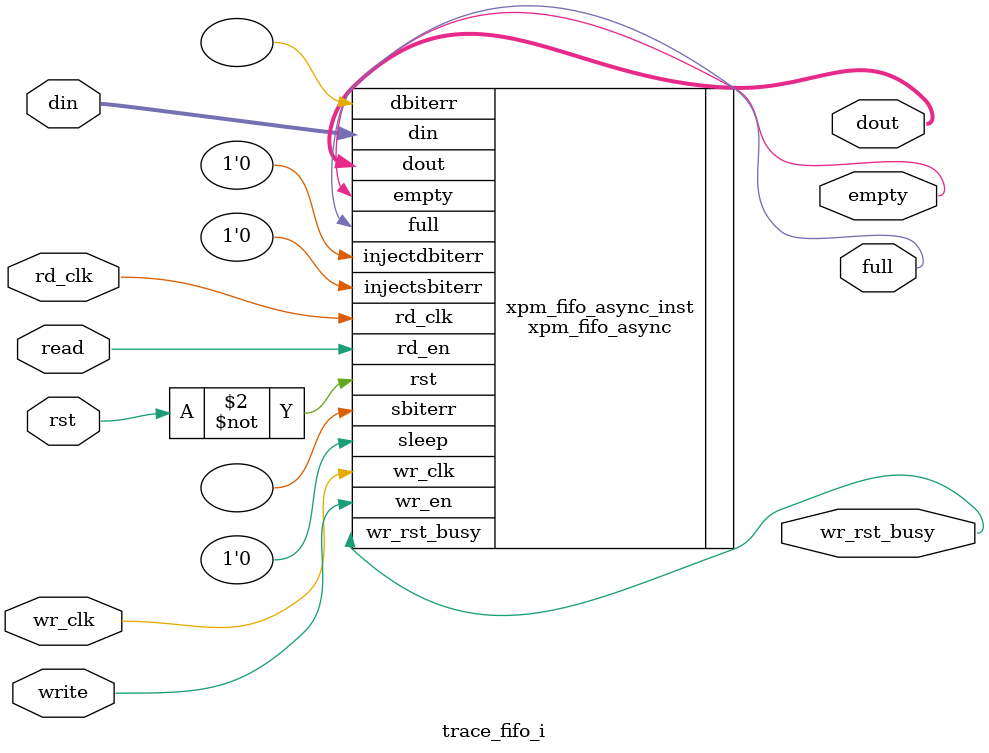
<source format=v>
`timescale 1ns/1ps

(* DowngradeIPIdentifiedWarnings="yes" *)

module acc_sample
#(
   parameter                  C_FAMILY                   = "nofamily",
   parameter                  DWIDTH                     = 32,
   parameter                  C_HAVE_SAMPLED_METRIC_CNT  = 1
)
(
   input                      clk,
   input                      rst_n,
   input                      Sample_rst_n,

   input                      Enable,
   input                      Reset,

   input  [(DWIDTH - 1):0]    Add_in,
   input                      Add_in_Valid,
   input                      Accumulate,
   input                      Sample_En,
   output [(DWIDTH - 1):0]    Accumulator,
   output [(DWIDTH - 1):0]    Sample_Accumulator
);



//-------------------------------------------------------------------
// Parameter Declaration
//-------------------------------------------------------------------
localparam RST_ACTIVE = 1'b0;

//-------------------------------------------------------------------
// Signal Declaration
//-------------------------------------------------------------------
reg [DWIDTH:0]           Accum_i;
reg [DWIDTH-1:0]         Samp_Metric_Cnt;

//-------------------------------------------------------------------
// Begin architecture
//-------------------------------------------------------------------

//-- Accumulator
always @(posedge clk) begin
   if (rst_n == RST_ACTIVE) begin
       Accum_i <= 0;
   end
   else begin
       if (Reset == 1'b1) begin
           Accum_i <= 0;
       end
       else if (Enable == 1'b1 && Add_in_Valid == 1'b1 && Accumulate == 1'b1) begin
           Accum_i <= Accum_i + {1'b0, Add_in};
       end
       else if (Enable == 1'b1 && Add_in_Valid == 1'b1) begin
           Accum_i <= Add_in ;
       end
       else begin
           Accum_i <= Accum_i;
       end
   end
end

   assign Accumulator = Accum_i[DWIDTH -1:0];
   //assign Overflow    = Accum_i[DWIDTH];

//-- Sampled Metric Counter
generate
if (C_HAVE_SAMPLED_METRIC_CNT == 1)  begin : GEN_SAMPLE_METRIC_CNT
    always @(posedge clk) begin
       if (rst_n == RST_ACTIVE) begin
           Samp_Metric_Cnt  <= 0;
       end
       else begin
           if (Sample_rst_n == RST_ACTIVE) begin
             Samp_Metric_Cnt  <= 0;
           end
           else if (Sample_En == 1'b1) begin
             Samp_Metric_Cnt  <= Accum_i[DWIDTH -1:0];
           end
           else begin
             Samp_Metric_Cnt  <= Samp_Metric_Cnt;
           end
       end
    end
    assign Sample_Accumulator = Samp_Metric_Cnt;
end
else begin : GEN_NO_SAMPLE_METRIC_CNT
    assign Sample_Accumulator = 0;
end
endgenerate

endmodule

// 67d7842dbbe25473c3c32b93c0da8047785f30d78e8a024de1b57352245f9689


`timescale 1ns / 1ps

module AXI_LITE_IF #(
		// Width of S_AXI data bus
		parameter integer C_S_AXI_DATA_WIDTH	= 32
	)
	(
	    input wire [31:0] slv_reg_in,
	    output wire [31:0] slv_reg_out,
	    output wire [7:0] slv_reg_addr,
	    output wire slv_reg_addr_vld,
        output wire slv_reg_out_vld,
        input wire slv_reg_in_vld,

		input wire  S_AXI_ACLK,           // Global Clock Signal
		input wire  S_AXI_ARESETN,        // Global Reset Signal. This Signal is Active LOW
		input wire [7 : 0] S_AXI_AWADDR, // Write address (issued by master, acceped by Slave)
		input wire [2 : 0] S_AXI_AWPROT,  // Write channel Protection type. This signal indicates the privilege and security level of the transaction, and whether the transaction is a data access or an instruction access.
		input wire  S_AXI_AWVALID,        // Write address valid. This signal indicates that the master signaling valid write address and control information.
		output wire  S_AXI_AWREADY,       // Write address ready. This signal indicates that the slave is ready to accept an address and associated control signals.
		input wire [31 : 0] S_AXI_WDATA,  // Write data (issued by master, acceped by Slave)
		input wire [3 : 0] S_AXI_WSTRB,   // Write strobes. This signal indicates which byte lanes hold valid data. There is one write strobe bit for each eight bits of the write data bus.
		input wire  S_AXI_WVALID,         // Write valid. This signal indicates that valid write data and strobes are available.
		output wire  S_AXI_WREADY,        // Write ready. This signal indicates that the slave can accept the write data.
		output wire [1 : 0] S_AXI_BRESP,  // Write response. This signal indicates the status of the write transaction.
		output wire  S_AXI_BVALID,        // Write response valid. This signal indicates that the channel is signaling a valid write response.
		input wire  S_AXI_BREADY,         // Response ready. This signal indicates that the master can accept a write response.
		input wire [7 : 0] S_AXI_ARADDR, // Read address (issued by master, acceped by Slave)
		input wire [2 : 0] S_AXI_ARPROT,  // Protection type. This signal indicates the privilege and security level of the transaction, and whether the transaction is a data access or an instruction access.
		input wire  S_AXI_ARVALID,        // Read address valid. This signal indicates that the channel is signaling valid read address and control information.
		output wire  S_AXI_ARREADY,       // Read address ready. This signal indicates that the slave is ready to accept an address and associated control signals.
		output wire [31 : 0] S_AXI_RDATA, // Read data (issued by slave)
		output wire [1 : 0] S_AXI_RRESP,  // Read response. This signal indicates the status of the read transfer.
		output wire  S_AXI_RVALID,        // Read valid. This signal indicates that the channel is signaling the required read data.
		input wire  S_AXI_RREADY          // Read ready. This signal indicates that the master can accept the read data and response information.
	);

	// AXI4LITE signals
	reg [31 : 0] 	axi_awaddr = 0;
	reg  	axi_awready = 0;
	reg  	axi_wready = 0;
	reg [1 : 0] 	axi_bresp = 0;
	reg  	axi_bvalid = 0;
	reg [31 : 0] 	axi_araddr = 0;
	reg  	axi_arready = 0;
	reg [31 : 0] 	axi_rdata = 0;
	reg [1 : 0] 	axi_rresp = 0;
	reg  	axi_rvalid = 0;
	
	reg [7:0] slv_reg_addr_i = 0;
    reg slv_reg_out_vld_i = 0;
    wire [31:0] slv_reg_out_i;
    
	//----------------------------------------------
	//-- Signals for user logic register space example
	//------------------------------------------------
	//-- Number of Slave Registers 4
	wire slv_reg_rden;
	wire slv_reg_wren;
	
	integer	 byte_index;

	// I/O Connections assignments
	assign S_AXI_AWREADY   = axi_awready;
	assign S_AXI_WREADY	   = axi_wready;
	assign S_AXI_BRESP	   = axi_bresp;
	assign S_AXI_BVALID	   = axi_bvalid;
	assign S_AXI_ARREADY   = axi_arready;
	assign S_AXI_RDATA	   = axi_rdata;
	assign S_AXI_RRESP	   = axi_rresp;
	assign S_AXI_RVALID	   = axi_rvalid;
		
    assign slv_reg_addr = slv_reg_addr_i;
    assign slv_reg_addr_vld = slv_reg_wren | slv_reg_rden;
    
	assign slv_reg_out      = slv_reg_out_i;	
    assign slv_reg_out_vld  = S_AXI_ARESETN & slv_reg_wren;
    
    always @(*) begin
        case ({slv_reg_wren,slv_reg_rden})
            2'b10: slv_reg_addr_i <= S_AXI_AWADDR[7:0];
            2'b01: slv_reg_addr_i <= S_AXI_ARADDR[7:0];
            default: slv_reg_addr_i <= 8'hAD;
        endcase
    end
	
	// Implement axi_awready generation
	// axi_awready is asserted for one S_AXI_ACLK clock cycle when both
	// S_AXI_AWVALID and S_AXI_WVALID are asserted. axi_awready is
	// de-asserted when reset is low.
	always @( posedge S_AXI_ACLK )
	begin
        if ( S_AXI_ARESETN == 1'b0 ) begin
            axi_awready <= 1'b0;
        end 
        else begin    
            if (~axi_awready && S_AXI_AWVALID && S_AXI_WVALID) begin
                // slave is ready to accept write address when 
                // there is a valid write address and write data
                // on the write address and data bus. This design 
                // expects no outstanding transactions. 
                axi_awready <= 1'b1;
            end
            else begin
                axi_awready <= 1'b0;
            end
        end 
	end       

	// Implement axi_awaddr latching
	// This process is used to latch the address when both 
	// S_AXI_AWVALID and S_AXI_WVALID are valid. 
	always @( posedge S_AXI_ACLK )
	begin
	  if ( S_AXI_ARESETN == 1'b0 )
	    begin
	      axi_awaddr <= 0;
	    end 
	  else
	    begin    
	      if (~axi_awready && S_AXI_AWVALID && S_AXI_WVALID)
	        begin
	          // Write Address latching 
	          axi_awaddr <= S_AXI_AWADDR;
	        end
	    end 
	end       

	// Implement axi_wready generation
	// axi_wready is asserted for one S_AXI_ACLK clock cycle when both
	// S_AXI_AWVALID and S_AXI_WVALID are asserted. axi_wready is 
	// de-asserted when reset is low. 
	always @( posedge S_AXI_ACLK )
	begin
	  if ( S_AXI_ARESETN == 1'b0 )
	    begin
	      axi_wready <= 1'b0;
	    end 
	  else
	    begin    
	      if (~axi_wready && S_AXI_WVALID && S_AXI_AWVALID)
	        begin
	          // slave is ready to accept write data when 
	          // there is a valid write address and write data
	          // on the write address and data bus. This design 
	          // expects no outstanding transactions. 
	          axi_wready <= 1'b1;
	        end
	      else
	        begin
	          axi_wready <= 1'b0;
	        end
	    end 
	end       

	// Implement memory mapped register select and write logic generation
	// The write data is accepted and written to memory mapped registers when
	// axi_awready, S_AXI_WVALID, axi_wready and S_AXI_WVALID are asserted. Write strobes are used to
	// select byte enables of slave registers while writing.
	// These registers are cleared when reset (active low) is applied.
	// Slave register write enable is asserted when valid address and data are available
	// and the slave is ready to accept the write address and write data.
	assign slv_reg_wren = axi_wready && S_AXI_WVALID && axi_awready && S_AXI_AWVALID;
    assign slv_reg_out_i = S_AXI_WDATA;

	// Implement write response logic generation
	// The write response and response valid signals are asserted by the slave 
	// when axi_wready, S_AXI_WVALID, axi_wready and S_AXI_WVALID are asserted.  
	// This marks the acceptance of address and indicates the status of 
	// write transaction.
	always @( posedge S_AXI_ACLK )
	begin
        if ( S_AXI_ARESETN == 1'b0 ) begin
            axi_bvalid  <= 0;
            axi_bresp   <= 2'b0;
        end 
        else begin    
            if (slv_reg_wren && ~axi_bvalid) begin
                // indicates a valid write response is available
                axi_bvalid <= 1'b1;
                axi_bresp  <= 2'b0; // 'OKAY' response 
            end                   // work error responses in future
            else begin
                if (S_AXI_BREADY && axi_bvalid) begin 
                    //check if bready is asserted while bvalid is high) 
                    //(there is a possibility that bready is always asserted high)
                    axi_bvalid <= 1'b0; 
                end  
            end
        end
	end   

	// Implement axi_arready generation
	// axi_arready is asserted for one S_AXI_ACLK clock cycle when
	// S_AXI_ARVALID is asserted. axi_awready is 
	// de-asserted when reset (active low) is asserted. 
	// The read address is also latched when S_AXI_ARVALID is 
	// asserted. axi_araddr is reset to zero on reset assertion.
	always @( posedge S_AXI_ACLK ) begin
        if ( S_AXI_ARESETN == 1'b0 ) begin
            axi_arready <= 1'b0;
            axi_araddr  <= 32'b0;
        end 
        else begin    
            if (~axi_arready && S_AXI_ARVALID) begin
                // indicates that the slave has acceped the valid read address
                axi_arready <= 1'b1;
                // Read address latching
                axi_araddr  <= S_AXI_ARADDR;
            end
            else begin
                axi_arready <= 1'b0;
            end
        end 
    end       

    // Slave register read enable is asserted when valid address is available
	// and the slave is ready to accept the read address.
	assign slv_reg_rden = axi_arready && S_AXI_ARVALID;
	
	// Implement axi_arvalid generation
	// axi_rvalid is asserted for one S_AXI_ACLK clock cycle when both 
	// S_AXI_ARVALID and axi_arready are asserted. The slave registers 
	// data are available on the axi_rdata bus at this instance. The 
	// assertion of axi_rvalid marks the validity of read data on the 
	// bus and axi_rresp indicates the status of read transaction.axi_rvalid 
	// is deasserted on reset (active low). axi_rresp and axi_rdata are 
	// cleared to zero on reset (active low).  
	always @( posedge S_AXI_ACLK ) begin
        if ( S_AXI_ARESETN == 1'b0 ) begin
            axi_rvalid <= 0;
            axi_rresp  <= 0;
        end 
        else begin    
            if (slv_reg_in_vld) begin
                // Valid read data is available at the read data bus
                axi_rvalid <= 1'b1;
                axi_rresp  <= 2'b0; // 'OKAY' response
            end   
            else if (axi_rvalid && S_AXI_RREADY) begin
                // Read data is accepted by the master
                axi_rvalid <= 1'b0;
            end                
        end
	end    

	// Output register or memory read data
	always @( posedge S_AXI_ACLK )
	begin
        if ( S_AXI_ARESETN == 1'b0 ) begin
            axi_rdata  <= 0;
        end 
        else begin    
            // When there is a valid read address (S_AXI_ARVALID) with 
            // acceptance of read address by the slave (axi_arready), 
            // output the read data 
            if (slv_reg_in_vld) begin
                axi_rdata <= slv_reg_in;     // register read data
            end   
        end
	end   

endmodule

// 67d7842dbbe25473c3c32b93c0da8047785f30d78e8a024de1b57352245f9689


`timescale 1ns / 1ps

module axi_interface_monitor #(
  parameter TRACE_READ_ID       = 0,
  parameter TRACE_WRITE_ID      = 1,
  parameter MODE_SDACCEL        = 1,
  parameter CAPTURE_BURSTS      = 1,

  parameter ENABLE_DEBUG        = 1,
  parameter NUM_REG_STAGES      = 1,
  parameter ENABLE_COUNTERS     = 1,
  parameter ENABLE_TRACE        = 1,
  parameter WRITE_START_SELECT  = "Address",   // choices: Address, First Data, First Tranx, None
  parameter WRITE_STOP_SELECT   = "Last Data", // choices: Last Data, Response, Last Tranx, None
  parameter READ_START_SELECT   = "Address",   // choices: Address, First Data, First Tranx, None
  parameter READ_STOP_SELECT    = "Last Data", // choices: Last Data, Last Tranx, None

  parameter DATA_WIDTH          = 32,
  parameter ADDR_WIDTH          = 32,
  parameter COUNT_WIDTH         = 32,
  parameter USER_WIDTH          = 1,
  parameter ID_WIDTH            = 1,
  
  parameter ENABLE_ADDR_FILTER  = 0,
  parameter ADDR_MIN            = 64'h0000000000000000,
  parameter ADDR_MAX            = 64'hFFFFFFFFFFFFFFFF,
  parameter EXT_TRACE_RST       = 1,
  parameter EXT_MON_RST         = 1
  ) (
  //AXI Full interface
  input mon_clk,
  input mon_resetn,
  input m_axi_AWVALID,
  input m_axi_AWREADY,
  input [ADDR_WIDTH-1 : 0] m_axi_AWADDR,
  input [ID_WIDTH-1 : 0] m_axi_AWID,
  input [7:0] m_axi_AWLEN,
  input [2:0] m_axi_AWSIZE,
  input [1:0] m_axi_AWBURST,
  input [1:0] m_axi_AWLOCK,
  input [3:0] m_axi_AWCACHE,
  input [2:0] m_axi_AWPROT,
  input [3:0] m_axi_AWQOS,
  input [3:0] m_axi_AWREGION,
  input [USER_WIDTH-1 : 0] m_axi_AWUSER,
  input m_axi_WVALID,
  input m_axi_WREADY,
  input [DATA_WIDTH-1 : 0] m_axi_WDATA,
  input [DATA_WIDTH/8-1 : 0] m_axi_WSTRB,
  input m_axi_WLAST,
  input [ID_WIDTH-1 : 0] m_axi_WID,
  input [USER_WIDTH-1 : 0] m_axi_WUSER,
  input m_axi_ARVALID,
  input m_axi_ARREADY,
  input [ADDR_WIDTH-1 : 0] m_axi_ARADDR,
  input [ID_WIDTH-1 : 0] m_axi_ARID,
  input [7:0] m_axi_ARLEN,
  input [2:0] m_axi_ARSIZE,
  input [1:0] m_axi_ARBURST,
  input [1:0] m_axi_ARLOCK,
  input [3:0] m_axi_ARCACHE,
  input [2:0] m_axi_ARPROT,
  input [3:0] m_axi_ARQOS,
  input [3:0] m_axi_ARREGION,
  input [USER_WIDTH-1 : 0] m_axi_ARUSER,
  input m_axi_RVALID,
  input m_axi_RREADY,
  input [DATA_WIDTH-1 : 0] m_axi_RDATA,
  input m_axi_RLAST,
  input [ID_WIDTH-1 : 0] m_axi_RID,
  input [USER_WIDTH-1 : 0] m_axi_RUSER,
  input [1:0] m_axi_RRESP,
  input m_axi_BVALID,
  input m_axi_BREADY,
  input [1:0] m_axi_BRESP,
  input [ID_WIDTH-1 : 0] m_axi_BID,
  input [USER_WIDTH-1 : 0] m_axi_BUSER,
  //Input AP_CTRL bus
  input ap_continue,
  input ap_ready,
  input ap_start,
  input ap_idle,
  input ap_done,
  //trace network clock
  input trace_clk,
  input trace_rst,
  //Read Trace Bus
  input rtrace_counter_overflow,
  input [44:0] rtrace_counter,
  output rtrace_event,
  output [63:0] rtrace_data,
  output rtrace_valid,
  input rtrace_read,
  //Write Trace Bus
  input wtrace_counter_overflow,
  input [44:0] wtrace_counter,
  output wtrace_event,
  output [63:0] wtrace_data,
  output wtrace_valid,
  input wtrace_read,
  // Ports of Axi Slave Bus Interface S_AXI
  input [7 : 0]   s_axi_awaddr,
  input [2 : 0]   s_axi_awprot,
  input           s_axi_awvalid,
  output          s_axi_awready,
  input [31 : 0]  s_axi_wdata,
  input [3 : 0]   s_axi_wstrb,
  input           s_axi_wvalid,
  output          s_axi_wready,
  output [1 : 0]  s_axi_bresp,
  output          s_axi_bvalid,
  input           s_axi_bready,
  input [7 : 0]   s_axi_araddr,
  input [2 : 0]   s_axi_arprot,
  input           s_axi_arvalid,
  output          s_axi_arready,
  output [31 : 0] s_axi_rdata,
  output [1 : 0]  s_axi_rresp,
  output          s_axi_rvalid,
  input           s_axi_rready,
  // Axi Slave Monitor bus
  input[7:0]      s_axi_awaddr_mon,
  input[2:0]      s_axi_awprot_mon,
  input           s_axi_awvalid_mon,
  input           s_axi_awready_mon,
  input[31:0]     s_axi_wdata_mon,
  input[3:0]      s_axi_wstrb_mon,
  input           s_axi_wvalid_mon,
  input           s_axi_wready_mon,
  input[1:0]      s_axi_bresp_mon,
  input           s_axi_bvalid_mon,
  input           s_axi_bready_mon,
  input[7:0]      s_axi_araddr_mon,
  input[2:0]      s_axi_arprot_mon,
  input           s_axi_arvalid_mon,
  input           s_axi_arready_mon,
  input[31:0]     s_axi_rdata_mon,
  input[1:0]      s_axi_rresp_mon,
  input           s_axi_rvalid_mon,
  input           s_axi_rready_mon
  );

  /*----------------------------------------------------------------------
  -----------------------Parameter declarations---------------------------
  ------------------------------------------------------------------------*/
  localparam MON_DATA_WIDTH = (2*ADDR_WIDTH) + (2*DATA_WIDTH)
                              + (2*8) + (DATA_WIDTH/8) + 12;

  /*----------------------------------------------------------------------
  -----------------------wire/connection declarations---------------------
  ------------------------------------------------------------------------*/

  // Signals to/from AXI interface
  wire [31:0]     slv_reg_in;
  wire            slv_reg_in_vld;
  wire [31:0]     slv_reg_out;
  wire            slv_reg_out_vld;
  wire [31:0]     slv_reg_addr;
  wire            slv_reg_addr_vld;

  // Control signals
  wire            Metrics_Cnt_En;
  wire            Metrics_Cnt_Reset;
  wire            Event_Log_En;
  wire            Streaming_FIFO_Reset;
  wire            Reset_On_Sample_Read;
  wire            Lat_Sample_Reg;
  wire [1:0]      Write_Start_Select;
  wire [1:0]      Write_Stop_Select;
  wire [1:0]      Read_Start_Select;
  wire [1:0]      Read_Stop_Select;
  wire [1:0]      Write_Start_Select_sync;
  wire [1:0]      Write_Stop_Select_sync;
  wire [1:0]      Read_Start_Select_sync;
  wire [1:0]      Read_Stop_Select_sync;
  wire [4:0]      Lat_Addr_6downto2;
  wire [4:0]      Control_Bits_sync;
  wire [5:0]      Trace_Control;
  wire [7:0]      Event_Select_sync;
  wire [31:0]     Sample_Metric_Ram_Data;

  // Counter signals
  wire [COUNT_WIDTH:0]     Write_Byte_Cnt;
  wire [COUNT_WIDTH:0]     Read_Byte_Cnt;
  wire [COUNT_WIDTH:0]     Read_Latency;
  wire [COUNT_WIDTH:0]     Min_Read_Latency;
  wire [COUNT_WIDTH:0]     Max_Read_Latency;
  wire [COUNT_WIDTH:0]     Write_Latency;
  wire [COUNT_WIDTH:0]     Min_Write_Latency;
  wire [COUNT_WIDTH:0]     Max_Write_Latency;
  wire [COUNT_WIDTH:0]     Last_Write_Address;
  wire [COUNT_WIDTH:0]     Last_Write_Data;
  wire [COUNT_WIDTH:0]     Last_Read_Address;
  wire [COUNT_WIDTH:0]     Last_Read_Data;
  wire [7:0]      Write_Outstanding;
  wire [7:0]      Read_Outstanding;
  wire            Wtrans_Cnt_En;
  wire            Rtrans_Cnt_En;
  wire            Write_Byte_Cnt_En;
  wire            Read_Byte_Cnt_En;
  wire            Write_Beat_Cnt_En;
  wire            Read_Beat_Cnt_En;
  wire            Write_Latency_En;
  wire            Read_Latency_En;

  wire [MON_DATA_WIDTH-1:0] Mon_Data_In;
  wire [MON_DATA_WIDTH-1:0] Mon_Data_Out;
  wire                      Mon_Read_Valid;
  wire                      Mon_Write_Valid;

    /*
   * External/Internal Reset
   */
  wire _mon_resetn;
  if (EXT_MON_RST == 0) begin
    reg mon_reset_reg = 0;
    reg [3:0] mon_reset_dly_cnt = 0;
    always @(posedge mon_clk) begin
      if (mon_reset_dly_cnt < 4'hf)
        mon_reset_dly_cnt <= mon_reset_dly_cnt + 1;
      else
        mon_reset_reg <= 1;
    end
    assign _mon_resetn = mon_reset_reg;
  end
  else begin
    assign _mon_resetn = mon_resetn;
  end

  wire _trace_rst;
  if (EXT_TRACE_RST == 0) begin
    reg trace_reset_reg = 0;
    reg [3:0] trace_reset_dly_cnt = 0;
    always @(posedge trace_clk) begin
      if (trace_reset_dly_cnt < 4'hf)
        trace_reset_dly_cnt <= trace_reset_dly_cnt + 1;
      else
        trace_reset_reg <= 1;
    end
    assign _trace_rst = trace_reset_reg;
  end
  else begin
    assign _trace_rst = trace_rst;
  end

  /*----------------------------------------------------------------------
  ------------------- Submodule instantiations----------------------------
  ------------------------------------------------------------------------*/

  // ***********************************
  // Isolation Registers
  // ***********************************
  assign Mon_Data_In = {m_axi_AWADDR, m_axi_WDATA,
                        m_axi_ARADDR, m_axi_RDATA,
                        m_axi_WSTRB, m_axi_AWLEN, m_axi_ARLEN,
                        m_axi_AWVALID, m_axi_AWREADY,
                        m_axi_WLAST, m_axi_WVALID, m_axi_WREADY,
                        m_axi_BVALID, m_axi_BREADY,
                        m_axi_ARVALID, m_axi_ARREADY,
                        m_axi_RLAST, m_axi_RVALID, m_axi_RREADY};

  mon_register
  #(
     .NUM_REG_STAGES(NUM_REG_STAGES),
     .MON_DATA_WIDTH(MON_DATA_WIDTH),
     .LEN_WIDTH(8),
     .DATA_WIDTH(DATA_WIDTH),
     .ADDR_WIDTH(ADDR_WIDTH),
     .ENABLE_ADDR_FILTER(ENABLE_ADDR_FILTER),
     .ADDR_MIN(ADDR_MIN),
     .ADDR_MAX(ADDR_MAX)
   ) mon_register_i
   (
     .mon_clk(mon_clk),
     .mon_resetn(_mon_resetn),
     .data_in(Mon_Data_In),
     .data_out(Mon_Data_Out),
     .read_valid(Mon_Read_Valid),
     .write_valid(Mon_Write_Valid)
   );

  // ***********************************
  // Trace
  // ***********************************
  generate

  wire alite_ap_done;
  wire mon_done = MODE_SDACCEL ? alite_ap_done : ap_done;

  if (ENABLE_TRACE > 0) begin
    // Use Address Filtering signals to control trace
    // Trace_Control[1] is user controllable trace enable
    wire t_rd_valid = Trace_Control[1] & Mon_Read_Valid;
    wire t_wr_valid = Trace_Control[1] & Mon_Write_Valid;
    wire [5:0] t_ctrl; 
    assign  t_ctrl = {Trace_Control[5:3], t_rd_valid, t_wr_valid, Trace_Control[0]}; 

    axi_master_monitor #(
      .TRACE_READ_ID(TRACE_READ_ID),
      .TRACE_WRITE_ID(TRACE_WRITE_ID),
      .MON_DATA_WIDTH(MON_DATA_WIDTH),
      .MODE_SDACCEL(MODE_SDACCEL)
    ) trace_i (
      .mon_clk(mon_clk),
      .mon_resetn(_mon_resetn),
      .Data_In(Mon_Data_Out),
      .ap_ready(ap_ready),
      .ap_done(mon_done),
      .trace_clk(trace_clk),
      .trace_rst(_trace_rst),
      .rtrace_counter_overflow(rtrace_counter_overflow),
      .rtrace_counter(rtrace_counter),
      .rtrace_event(rtrace_event),
      .rtrace_data(rtrace_data),
      .rtrace_valid(rtrace_valid),
      .rtrace_read(rtrace_read),
      .wtrace_counter_overflow(wtrace_counter_overflow),
      .wtrace_counter(wtrace_counter),
      .wtrace_event(wtrace_event),
      .wtrace_data(wtrace_data),
      .wtrace_valid(wtrace_valid),
      .wtrace_read(wtrace_read),
      .event_log_en(Event_Log_En),
      .trace_control(t_ctrl)
    );
  end

  if (MODE_SDACCEL > 0) begin
  monitor_axilite mon_axilite_i (
      .clk            (mon_clk),
      .rst            (_mon_resetn),
      .araddr         (s_axi_araddr_mon),
      .arvalid        (s_axi_arvalid_mon),
      .arready        (s_axi_arready_mon),
      .rdata          (s_axi_rdata_mon),
      .rvalid         (s_axi_rvalid_mon),
      .rready         (s_axi_rready_mon),
      .mon_valid      (alite_ap_done)
  );
  end

  endgenerate

  generate
    // *********************************
    // Control (AXI Lite, registers)
    // *********************************
    AXI_LITE_IF axi_lite_if_i (
      .slv_reg_in(slv_reg_in),
      .slv_reg_in_vld(slv_reg_in_vld),
      .slv_reg_out(slv_reg_out),
      .slv_reg_out_vld(slv_reg_out_vld),
      .slv_reg_addr(slv_reg_addr),
      .slv_reg_addr_vld(slv_reg_addr_vld),
      .S_AXI_ACLK(mon_clk),
      .S_AXI_ARESETN(_mon_resetn),
      .S_AXI_AWADDR(s_axi_awaddr),
      .S_AXI_AWPROT(s_axi_awprot),
      .S_AXI_AWVALID(s_axi_awvalid),
      .S_AXI_AWREADY(s_axi_awready),
      .S_AXI_WDATA(s_axi_wdata),
      .S_AXI_WSTRB(s_axi_wstrb),
      .S_AXI_WVALID(s_axi_wvalid),
      .S_AXI_WREADY(s_axi_wready),
      .S_AXI_BRESP(s_axi_bresp),
      .S_AXI_BVALID(s_axi_bvalid),
      .S_AXI_BREADY(s_axi_bready),
      .S_AXI_ARADDR(s_axi_araddr),
      .S_AXI_ARPROT(s_axi_arprot),
      .S_AXI_ARVALID(s_axi_arvalid),
      .S_AXI_ARREADY(s_axi_arready),
      .S_AXI_RDATA(s_axi_rdata),
      .S_AXI_RRESP(s_axi_rresp),
      .S_AXI_RVALID(s_axi_rvalid),
      .S_AXI_RREADY(s_axi_rready)
    );

    register_module #(
      .WRITE_START_SELECT(WRITE_START_SELECT),
      .WRITE_STOP_SELECT(WRITE_STOP_SELECT),
      .READ_START_SELECT(WRITE_START_SELECT),
      .READ_STOP_SELECT(WRITE_STOP_SELECT),
      .CAPTURE_BURSTS(CAPTURE_BURSTS)
    ) registers_i (
      .mon_clk(mon_clk),
      .mon_resetn(_mon_resetn),
      .slv_reg_in(slv_reg_in),
      .slv_reg_in_vld(slv_reg_in_vld),
      .slv_reg_out(slv_reg_out),
      .slv_reg_out_vld(slv_reg_out_vld),
      .slv_reg_addr(slv_reg_addr),
      .slv_reg_addr_vld(slv_reg_addr_vld),
      .sample_metric_ram_data(Sample_Metric_Ram_Data),
      .metrics_cnt_en(Metrics_Cnt_En),
      .metrics_cnt_reset(Metrics_Cnt_Reset),
      .event_log_en(Event_Log_En),
      .streaming_fifo_reset(Streaming_FIFO_Reset),
      .reset_on_sample_read(Reset_On_Sample_Read),
      .write_start_select(Write_Start_Select),
      .write_stop_select(Write_Stop_Select),
      .read_start_select(Read_Start_Select),
      .read_stop_select(Read_Stop_Select),
      .trace_control(Trace_Control),
      .lat_sample_reg(Lat_Sample_Reg),
      .lat_addr_6downto2(Lat_Addr_6downto2)
   );

   // **********************************
   // Counters
   // **********************************
   if (ENABLE_COUNTERS > 0) begin
   metric_calc
    #(
      .C_MON_FIFO_DATA_WIDTH     (MON_DATA_WIDTH),
      .C_MON_AXI_ADDR_WIDTH      (ADDR_WIDTH),
      .C_MON_AXI_DATA_WIDTH      (DATA_WIDTH),
      .C_MON_AXI_AWLEN           (8),
      .C_METRIC_COUNT_WIDTH      (COUNT_WIDTH),
      .C_OUTSTANDING_COUNT_WIDTH (8),
      .C_ENABLE_DEBUG            (ENABLE_DEBUG)
     ) metric_calc_i
     (
      .clk                       (mon_clk),
      .rst_n                     (_mon_resetn),
      .Data_In                   (Mon_Data_Out),
      .Read_Data_Valid           (Mon_Read_Valid),
      .Write_Data_Valid          (Mon_Write_Valid),
      .Metrics_Cnt_En            (Metrics_Cnt_En),
      .Metrics_Cnt_Reset         (Metrics_Cnt_Reset),
      // Counter values
      .Write_Byte_Cnt            (Write_Byte_Cnt),
      .Read_Byte_Cnt             (Read_Byte_Cnt),
      .Read_Latency              (Read_Latency),
      .Write_Latency             (Write_Latency),
      .Max_Write_Latency         (Max_Write_Latency),
      .Min_Write_Latency         (Min_Write_Latency),
      .Max_Read_Latency          (Max_Read_Latency),
      .Min_Read_Latency          (Min_Read_Latency),
      .Write_Outstanding         (Write_Outstanding),
      .Read_Outstanding          (Read_Outstanding),
      .Last_Write_Address        (Last_Write_Address),
      .Last_Write_Data           (Last_Write_Data),
      .Last_Read_Address         (Last_Read_Address),
      .Last_Read_Data            (Last_Read_Data),
      // Counter enables
      .Wtrans_Cnt_En             (Wtrans_Cnt_En),
      .Rtrans_Cnt_En             (Rtrans_Cnt_En),
      .Write_Byte_Cnt_En         (Write_Byte_Cnt_En),
      .Read_Byte_Cnt_En          (Read_Byte_Cnt_En),
      .Write_Beat_Cnt_En         (Write_Beat_Cnt_En),
      .Read_Beat_Cnt_En          (Read_Beat_Cnt_En),
      .Write_Latency_En          (Write_Latency_En),
      .Read_Latency_En           (Read_Latency_En)
    );

    wire Metrics_Cnt_Reset_Final = Metrics_Cnt_Reset | (Lat_Sample_Reg & Reset_On_Sample_Read);
    wire Sample_En = Lat_Sample_Reg;
    wire Sample_rst_n = ~Metrics_Cnt_Reset;

    //-- metric counters instantiation
    metric_counters
    #(
      .C_METRIC_COUNT_WIDTH        (COUNT_WIDTH),
      .C_OUTSTANDING_COUNT_WIDTH   (8),
      .C_ENABLE_DEBUG              (ENABLE_DEBUG)
    ) metric_counters_i
    (
      .clk                         (mon_clk),
      .rst_n                       (_mon_resetn),
      .Sample_rst_n                (Sample_rst_n),
      .Sample_En                   (Sample_En),
      .Lat_Addr_6downto2           (Lat_Addr_6downto2),
      .Metrics_Cnt_En              (Metrics_Cnt_En),
      .Metrics_Cnt_Reset           (Metrics_Cnt_Reset_Final),
      // Metric RAM selected data
      .Sample_Metric_Ram_Data      (Sample_Metric_Ram_Data),
      // Counter values
      .Write_Byte_Cnt              (Write_Byte_Cnt),
      .Read_Byte_Cnt               (Read_Byte_Cnt),
      .Write_Latency               (Write_Latency),
      .Min_Write_Latency           (Min_Write_Latency),
      .Max_Write_Latency           (Max_Write_Latency),
      .Read_Latency                (Read_Latency),
      .Min_Read_Latency            (Min_Read_Latency),
      .Max_Read_Latency            (Max_Read_Latency),
      .Write_Outstanding           (Write_Outstanding),
      .Read_Outstanding            (Read_Outstanding),
      .Last_Write_Address          (Last_Write_Address),
      .Last_Write_Data             (Last_Write_Data),
      .Last_Read_Address           (Last_Read_Address),
      .Last_Read_Data              (Last_Read_Data),
      // Counter enables
      .Wtrans_Cnt_En               (Wtrans_Cnt_En),
      .Rtrans_Cnt_En               (Rtrans_Cnt_En),
      .Write_Byte_Cnt_En           (Write_Byte_Cnt_En),
      .Read_Byte_Cnt_En            (Read_Byte_Cnt_En),
      .Write_Beat_Cnt_En           (Write_Beat_Cnt_En),
      .Read_Beat_Cnt_En            (Read_Beat_Cnt_En),
      .Write_Latency_En            (Write_Latency_En),
      .Read_Latency_En             (Read_Latency_En)
    );

  end
  endgenerate


endmodule

// 67d7842dbbe25473c3c32b93c0da8047785f30d78e8a024de1b57352245f9689


`timescale 1ns / 1ps

module axi_master_monitor #(
    parameter TRACE_READ_ID         = 0,
    parameter TRACE_WRITE_ID        = 1,
    parameter MON_DATA_WIDTH        = 32,
    parameter MODE_SDACCEL          = 1
    ) (
    //AXI Full interface
    input mon_clk,
    input mon_resetn,
    input [MON_DATA_WIDTH - 1 : 0] Data_In,
    //Input AP_CTRL bus
    input ap_ready,
    input ap_done,
    //trace network clock
    input trace_clk,
    input trace_rst,
    //Read Trace Bus
    input rtrace_counter_overflow,
    input [44:0] rtrace_counter,
    output rtrace_event,
    output [63:0] rtrace_data,
    output rtrace_valid,
    input rtrace_read,
    input event_log_en,
    //Write Trace Bus
    input wtrace_counter_overflow,
    input [44:0] wtrace_counter,
    output wtrace_event,
    output [63:0] wtrace_data,
    output wtrace_valid,
    input wtrace_read,
    input [5:0] trace_control
  );
   
  wire rdata_start;
  wire rdata_stop;
  wire rdata_single;
  wire wdata_start;
  wire wdata_stop;
  wire wdata_single;

  reg read_going_on;
  reg write_going_on;
  
  wire trace_done;
  wire trace_en_rd;
  wire trace_en_wr;
  wire trace_cu;
  wire rst_rising;
    
  wire First_Read_Flag;
  wire First_Write_Flag;
  wire Last_Read_Flag;
  wire Last_Write_Flag;
  wire Single_Burst_Read_flag;
  wire Single_Burst_Write_flag;
   
  wire [51:0] rtrace_data_i;
  wire [51:0] wtrace_data_i;
  wire 	rtrace_empty_i;
  wire 	wtrace_empty_i;   

  //-- Decoding individual signals from output of fifo
  //-- NOTE: this block does not use the upper bits of address and data
  wire m_axi_RREADY        = Data_In[0];
  wire m_axi_RVALID        = Data_In[1];
  wire m_axi_RLAST         = Data_In[2];
  wire m_axi_WREADY        = Data_In[7];
  wire m_axi_WVALID        = Data_In[8];
  wire m_axi_WLAST         = Data_In[9];


  assign rtrace_data = {rtrace_data_i[51:49],TRACE_READ_ID[11:0],rtrace_data_i[48:0]};
  assign wtrace_data = {wtrace_data_i[51:49],TRACE_WRITE_ID[11:0],wtrace_data_i[48:0]};
  assign rtrace_valid = ~rtrace_empty_i;
  assign wtrace_valid = ~wtrace_empty_i;
    
  assign First_Read_Flag = m_axi_RVALID && (!m_axi_RLAST) && (!read_going_on);
  assign Last_Read_Flag = m_axi_RLAST && m_axi_RVALID && m_axi_RREADY && (read_going_on);
  assign Single_Burst_Read_flag = m_axi_RLAST && m_axi_RVALID && m_axi_RREADY && (!read_going_on);
  assign First_Write_Flag = m_axi_WVALID && (!m_axi_WLAST) && (!write_going_on);
  assign Last_Write_Flag = m_axi_WLAST && m_axi_WVALID && m_axi_WREADY && (write_going_on);
  assign Single_Burst_Write_flag = m_axi_WLAST && m_axi_WVALID && m_axi_WREADY && (!write_going_on);

	timestamper ts_0i (
	    .start(rdata_start),
	    .stop(rdata_stop),
      .single(rdata_single),
	    .trace_clk(trace_clk),
      .mon_clk(prim_clk),
	    .rst(prim_rst),
      .en(trace_en_rd),
	    .counter(rtrace_counter),
	    .counter_overflow(rtrace_counter_overflow),
	    .event_out(rtrace_data_i),
	    .event_empty(rtrace_empty_i),
	    .event_read(rtrace_read),
      .finish(trace_done),
      .trace_cu(trace_cu),
      .fifo_event_write(wtrace_event)
	);

	timestamper ts_1i (
	    .start(wdata_start),
	    .stop(wdata_stop),
      .single(wdata_single),
	    .trace_clk(trace_clk),
      .mon_clk(prim_clk),
	    .rst(prim_rst),
      .en(trace_en_wr),
	    .counter(wtrace_counter),
	    .counter_overflow(wtrace_counter_overflow),
	    .event_out(wtrace_data_i),
	    .event_empty(wtrace_empty_i),
	    .event_read(wtrace_read),
      .finish(trace_done),
      .trace_cu(trace_cu),
      .fifo_event_write(rtrace_event)
	);

  //State machine to track transfers going on
  always @(posedge mon_clk)
  begin
    if (mon_resetn == 0 || rst_rising) begin //Reset
      read_going_on <= 0;
      write_going_on <= 0;
    end
    else begin
      //data write start/stop
      if (Last_Write_Flag == 1'b1) begin  //End of transfer when last data is sent
          write_going_on <= 1'b0;
      end
      else if ((First_Write_Flag == 1'b1))  begin //Start of transfer if first data is sent
          write_going_on <= 1'b1;
      end
      //data read start/stop
      if (Last_Read_Flag == 1'b1) begin  //End of transfer when last data is read
          read_going_on <= 1'b0;
      end
      else if ((First_Read_Flag == 1'b1))  begin //Start of transfer if first data is read
          read_going_on <= 1'b1;
      end
    end
  end

  assign prim_clk = trace_clk;
  assign prim_rst = (MODE_SDACCEL > 0) ? trace_rst : ~trace_rst ;

  Event_Pulse_i ep0 (
    .in(ap_done),
    .clk(prim_clk),
    .rising_edge(trace_done),
    .falling_edge(),
    .both_edges()
  );

  Event_Pulse_i ep3 (
    .in(First_Write_Flag),
    .clk(prim_clk),
    .rising_edge(wdata_start),
    .falling_edge(),
    .both_edges()
  );

  Event_Pulse_i ep4 (
    .in(Last_Write_Flag),
    .clk(prim_clk),
    .rising_edge(wdata_stop),
    .falling_edge(),
    .both_edges()
  );

  Event_Pulse_i ep5 (
    .in(First_Read_Flag),
    .clk(prim_clk),
    .rising_edge(rdata_start),
    .falling_edge(),
    .both_edges()
  );

  Event_Pulse_i ep6 (
    .in(Last_Read_Flag),
    .clk(prim_clk),
    .rising_edge(rdata_stop),
    .falling_edge(),
    .both_edges()
  );

  Event_Pulse_i ep7 (
    .in(Single_Burst_Write_flag),
    .clk(prim_clk),
    .rising_edge(wdata_single),
    .falling_edge(),
    .both_edges()
  );

  Event_Pulse_i ep8 (
    .in(Single_Burst_Read_flag),
    .clk(prim_clk),
    .rising_edge(rdata_single),
    .falling_edge(),
    .both_edges()
  );

  // rst to reset fsm
  Event_Pulse_i ep_rst (
    .in(trace_rst),
    .clk(mon_clk),
    .rising_edge(rst_rising),
    .falling_edge(),
    .both_edges()
  );

  xpm_cdc_single cdc_trace_en_wr (
    .src_clk(mon_clk),
    .src_in(trace_control[1]),
    .dest_clk(prim_clk),
    .dest_out(trace_en_wr)
  );

  xpm_cdc_single cdc_trace_en_rd (
    .src_clk(mon_clk),
    .src_in(trace_control[2]),
    .dest_clk(prim_clk),
    .dest_out(trace_en_rd)
  );

  xpm_cdc_single cdc_trace_cu (
    .src_clk(mon_clk),
    .src_in(trace_control[0]),
    .dest_clk(prim_clk),
    .dest_out(trace_cu)
  );

endmodule

// 67d7842dbbe25473c3c32b93c0da8047785f30d78e8a024de1b57352245f9689


//-----------------------------------------------------------------------------
// (c) Copyright 2009 - 2013 Xilinx, Inc. All rights reserved.
//
//  This file contains confidential and proprietary information
//  of Xilinx, Inc. and is protected under U.S. and 
//  international copyright and other intellectual property
//  laws.
//  
//  DISCLAIMER
//  This disclaimer is not a license and does not grant any
//  rights to the materials distributed herewith. Except as
//  otherwise provided in a valid license issued to you by
//  Xilinx, and to the maximum extent permitted by applicable
//  law: (1) THESE MATERIALS ARE MADE AVAILABLE "AS IS" AND
//  WITH ALL FAULTS, AND XILINX HEREBY DISCLAIMS ALL WARRANTIES
//  AND CONDITIONS, EXPRESS, IMPLIED, OR STATUTORY, INCLUDING
//  BUT NOT LIMITED TO WARRANTIES OF MERCHANTABILITY, NON-
//  INFRINGEMENT, OR FITNESS FOR ANY PARTICULAR PURPOSE; and
//  (2) Xilinx shall not be liable (whether in contract or tort,
//  including negligence, or under any other theory of
//  liability) for any loss or damage of any kind or nature
//  related to, arising under or in connection with these
//  materials, including for any direct, or any indirect,
//  special, incidental, or consequential loss or damage
//  (including loss of data, profits, goodwill, or any type of
//  loss or damage suffered as a result of any action brought
//  by a third party) even if such damage or loss was
//  reasonably foreseeable or Xilinx had been advised of the
//  possibility of the same.
//  
//  CRITICAL APPLICATIONS
//  Xilinx products are not designed or intended to be fail-
//  safe, or for use in any application requiring fail-safe
//  performance, such as life-support or safety devices or
//  systems, Class III medical devices, nuclear facilities,
//  applications related to the deployment of airbags, or any
//  other applications that could lead to death, personal
//  injury, or severe property or environmental damage
//  (individually and collectively, "Critical
//  Applications"). Customer assumes the sole risk and
//  liability of any use of Xilinx products in Critical
//  Applications, subject only to applicable laws and
//  regulations governing limitations on product liability.
//  
//  THIS COPYRIGHT NOTICE AND DISCLAIMER MUST BE RETAINED AS
//  PART OF THIS FILE AT ALL TIMES.
//-----------------------------------------------------------------------------
// Filename   :     counter.v
// Version    :     v1.0
// Description:     Implements a parameterizable N-bit up-down counter
// Verilog-Standard:verilog-2001
//-----------------------------------------------------------------------------
`timescale 1ns/1ps

(* DowngradeIPIdentifiedWarnings="yes" *)

module counter 
#(
   parameter                          C_FAMILY             = "nofamily",
   parameter                          C_NUM_BITS           = 32,
   parameter                          COUNTER_LOAD_VALUE   = 32'h00000000
)
(
   input                              clk,
   input                              rst_n,

   input [(C_NUM_BITS - 1):0]         Load_In,  
   input                              Count_Enable,   
   input                              Count_Load,   
   input                              Count_Down,   
   output [(C_NUM_BITS - 1):0]        Count_Out,  
   output reg                         Carry_Out   

);

//-------------------------------------------------------------------
// Parameter Declaration
//-------------------------------------------------------------------
localparam RST_ACTIVE = 1'b0;

//-------------------------------------------------------------------
// Signal Declaration
//-------------------------------------------------------------------
wire [63:0] rst_load_64 = (COUNTER_LOAD_VALUE == 32'h00000000)?64'h0000000000000000:{32'hFFFFFFFF,COUNTER_LOAD_VALUE};
wire                    Overflow;
reg                     Overflow_D1;
reg  [C_NUM_BITS:0]     Count_Out_i;  

//-------------------------------------------------------------------
// Begin architecture
//-------------------------------------------------------------------
//-- counter
always @(posedge clk) begin
   if (rst_n == RST_ACTIVE) begin
       Count_Out_i <= {1'b0,rst_load_64[C_NUM_BITS-1:0]};
   end
   else begin
       if (Count_Load == 1'b1) begin
           Count_Out_i <= {1'b0, Load_In};
       end
       else if (Count_Enable == 1'b1) begin
           if (Count_Down == 1'b1) begin
               Count_Out_i <= Count_Out_i - 1;
           end
           else begin
               Count_Out_i <= Count_Out_i + 1;
           end
       end
       else begin
           Count_Out_i <= Count_Out_i;
       end
   end
end 


assign Overflow  = Count_Out_i[C_NUM_BITS] ;
assign Count_Out = Count_Out_i[C_NUM_BITS - 1:0];

//-- Delaying Overflow
always @(posedge clk) begin 
   if (rst_n == RST_ACTIVE) begin
       Overflow_D1 <= 1'b0;
   end
   else begin
       Overflow_D1 <= Overflow;
   end
end 

//-- Overflow Pulse
always @(posedge clk) begin 
   if (rst_n == RST_ACTIVE) begin
       Carry_Out <= 1'b0;
   end
   else begin
       Carry_Out <= Overflow & (~Overflow_D1);
   end
end 

endmodule



// 67d7842dbbe25473c3c32b93c0da8047785f30d78e8a024de1b57352245f9689


//-----------------------------------------------------------------------------
// (c) Copyright 2009 - 2013 Xilinx, Inc. All rights reserved.
//
//  This file contains confidential and proprietary information
//  of Xilinx, Inc. and is protected under U.S. and 
//  international copyright and other intellectual property
//  laws.
//  
//  DISCLAIMER
//  This disclaimer is not a license and does not grant any
//  rights to the materials distributed herewith. Except as
//  otherwise provided in a valid license issued to you by
//  Xilinx, and to the maximum extent permitted by applicable
//  law: (1) THESE MATERIALS ARE MADE AVAILABLE "AS IS" AND
//  WITH ALL FAULTS, AND XILINX HEREBY DISCLAIMS ALL WARRANTIES
//  AND CONDITIONS, EXPRESS, IMPLIED, OR STATUTORY, INCLUDING
//  BUT NOT LIMITED TO WARRANTIES OF MERCHANTABILITY, NON-
//  INFRINGEMENT, OR FITNESS FOR ANY PARTICULAR PURPOSE; and
//  (2) Xilinx shall not be liable (whether in contract or tort,
//  including negligence, or under any other theory of
//  liability) for any loss or damage of any kind or nature
//  related to, arising under or in connection with these
//  materials, including for any direct, or any indirect,
//  special, incidental, or consequential loss or damage
//  (including loss of data, profits, goodwill, or any type of
//  loss or damage suffered as a result of any action brought
//  by a third party) even if such damage or loss was
//  reasonably foreseeable or Xilinx had been advised of the
//  possibility of the same.
//  
//  CRITICAL APPLICATIONS
//  Xilinx products are not designed or intended to be fail-
//  safe, or for use in any application requiring fail-safe
//  performance, such as life-support or safety devices or
//  systems, Class III medical devices, nuclear facilities,
//  applications related to the deployment of airbags, or any
//  other applications that could lead to death, personal
//  injury, or severe property or environmental damage
//  (individually and collectively, "Critical
//  Applications"). Customer assumes the sole risk and
//  liability of any use of Xilinx products in Critical
//  Applications, subject only to applicable laws and
//  regulations governing limitations on product liability.
//  
//  THIS COPYRIGHT NOTICE AND DISCLAIMER MUST BE RETAINED AS
//  PART OF THIS FILE AT ALL TIMES.
//-----------------------------------------------------------------------------
// Filename   :     counter_ovf.v
// Version    :     v1.0
// Description:     Implements a parameterizable N-bit up-down counter
//                  with carry out
// Verilog-Standard:verilog-2001
//-----------------------------------------------------------------------------
`timescale 1ns/1ps

//(* DowngradeIPIdentifiedWarnings="yes" *)

module counter_ovf 
#(
   parameter                          C_FAMILY             = "nofamily",
   parameter                          C_NUM_BITS           = 32,
   parameter                          COUNTER_LOAD_VALUE   = 32'h00000000
)
(
   input                              clk,
   input                              rst_n,

   input [(C_NUM_BITS - 1):0]         Load_In,  
   input                              Count_Enable,   
   input                              Count_Load,   
   input                              Count_Down,   
   output [(C_NUM_BITS - 1):0]        Count_Out,  
   output                             Carry_Out   

);

//-------------------------------------------------------------------
// Parameter Declaration
//-------------------------------------------------------------------
localparam RST_ACTIVE = 1'b0;

//-------------------------------------------------------------------
// Signal Declaration
//-------------------------------------------------------------------
wire [63:0] rst_load_64 = (COUNTER_LOAD_VALUE == 32'h00000000)?64'h0000000000000000:{32'hFFFFFFFF,COUNTER_LOAD_VALUE};

   reg [C_NUM_BITS :0]        Count_Out_i; 

//-------------------------------------------------------------------
// Begin architecture
//-------------------------------------------------------------------
//-- counter
always @(posedge clk) begin
   if (rst_n == RST_ACTIVE) begin
       Count_Out_i <= {1'b0,rst_load_64[C_NUM_BITS-1:0]};
   end
   else begin
       if (Count_Load == 1'b1) begin
           Count_Out_i <= {1'b0, Load_In};
       end
       else if (Count_Enable == 1'b1) begin
           if (Count_Down == 1'b1) begin
               Count_Out_i <= Count_Out_i - 1;
           end
           else begin
               Count_Out_i <= Count_Out_i + 1;
           end
       end
       else begin
           Count_Out_i <= Count_Out_i;
       end
   end
end 


assign Carry_Out = Count_Out_i[C_NUM_BITS] ;
assign Count_Out = Count_Out_i[C_NUM_BITS - 1:0];


endmodule



// 67d7842dbbe25473c3c32b93c0da8047785f30d78e8a024de1b57352245f9689


`timescale 1ns / 1ps

//////////////////////////////////////////////////////////////////////////////////
// Company: Xilinx
// Engineer: Sam Skalicky
//
// Create Date: 07/16/2015 10:05:03 AM
// Design Name: Accelerator Trace Monitor
// Module Name: Event_Pulse
// Project Name: SDSoC Trace Framework
// Target Devices: Zynq
// Tool Versions: 2015.2
// Description: This module produces various pulses for different events of the
//      input signal: rising or falling edge or both edges.
//
// Dependencies: None
//
// Revision: 1.0
// Additional Comments:
//
//////////////////////////////////////////////////////////////////////////////////


module Event_Pulse_i(
    input in,               //Input signal to monitor
    input clk,              //clock to sample the input signal at
    output rising_edge,     //Output pulse if a rising edge is found
    output falling_edge,    //Output pulse if a falling edge is found
    output both_edges       //Output pulse if any edge is found
    );

    reg [3:0] reg_i = 1'h0; //four bit register for identifying edges

    assign rising_edge = (~reg_i[3]) &  reg_i[2];  //rising edge
    assign falling_edge =  reg_i[3]  &(~reg_i[2]); //falling edge
    assign both_edges = ((~reg_i[3]) &  reg_i[2]) | (reg_i[3] & (~reg_i[2]));   //both edges

    //Shift in the signal every clock cycle
    always @(posedge clk)
    begin
        if (in == 0 || in == 1 ) begin
           reg_i = {reg_i[2:0],in}; 
        end
    end
endmodule


// 67d7842dbbe25473c3c32b93c0da8047785f30d78e8a024de1b57352245f9689


//-------------------------------------------------------------------------------
// (c) Copyright 2009 - 2013 Xilinx, Inc. All rights reserved.
//
//  This file contains confidential and proprietary information
//  of Xilinx, Inc. and is protected under U.S. and 
//  international copyright and other intellectual property
//  laws.
//  
//  DISCLAIMER
//  This disclaimer is not a license and does not grant any
//  rights to the materials distributed herewith. Except as
//  otherwise provided in a valid license issued to you by
//  Xilinx, and to the maximum extent permitted by applicable
//  law: (1) THESE MATERIALS ARE MADE AVAILABLE "AS IS" AND
//  WITH ALL FAULTS, AND XILINX HEREBY DISCLAIMS ALL WARRANTIES
//  AND CONDITIONS, EXPRESS, IMPLIED, OR STATUTORY, INCLUDING
//  BUT NOT LIMITED TO WARRANTIES OF MERCHANTABILITY, NON-
//  INFRINGEMENT, OR FITNESS FOR ANY PARTICULAR PURPOSE; and
//  (2) Xilinx shall not be liable (whether in contract or tort,
//  including negligence, or under any other theory of
//  liability) for any loss or damage of any kind or nature
//  related to, arising under or in connection with these
//  materials, including for any direct, or any indirect,
//  special, incidental, or consequential loss or damage
//  (including loss of data, profits, goodwill, or any type of
//  loss or damage suffered as a result of any action brought
//  by a third party) even if such damage or loss was
//  reasonably foreseeable or Xilinx had been advised of the
//  possibility of the same.
//  
//  CRITICAL APPLICATIONS
//  Xilinx products are not designed or intended to be fail-
//  safe, or for use in any application requiring fail-safe
//  performance, such as life-support or safety devices or
//  systems, Class III medical devices, nuclear facilities,
//  applications related to the deployment of airbags, or any
//  other applications that could lead to death, personal
//  injury, or severe property or environmental damage
//  (individually and collectively, "Critical
//  Applications"). Customer assumes the sole risk and
//  liability of any use of Xilinx products in Critical
//  Applications, subject only to applicable laws and
//  regulations governing limitations on product liability.
//  
//  THIS COPYRIGHT NOTICE AND DISCLAIMER MUST BE RETAINED AS
//  PART OF THIS FILE AT ALL TIMES.
//-----------------------------------------------------------------------------
// Filename   :     metric_calc.v 
// Version    :     v1.0
// Description:     Metric calculator module generates different metric count
//                  enables which will be used in metric counter 
// Verilog-Standard:  Verilog 2001 
//-----------------------------------------------------------------------------
`timescale 1ns/1ps

(* DowngradeIPIdentifiedWarnings="yes" *)

module metric_calc
  #(
    parameter C_ENABLE_DEBUG                   = 0,
    parameter C_ENABLE_MIN_MAX_LATENCY         = 0,
    parameter C_MON_FIFO_DATA_WIDTH            = 38,
    parameter C_MON_AXI_ADDR_WIDTH             = 32,
    parameter C_MON_AXI_DATA_WIDTH             = 32,
    parameter C_MON_AXI_AWLEN                  = 8,
    parameter C_METRIC_COUNT_WIDTH             = 32,
    parameter C_OUTSTANDING_COUNT_WIDTH        = 5
   )
   (
    // AXI Signals
    input                                      clk,        
    input                                      rst_n,  
    input [C_MON_FIFO_DATA_WIDTH-1:0]          Data_In,
    input                                      Read_Data_Valid,
    input                                      Write_Data_Valid,
    // Register inputs                         
    input                                      Metrics_Cnt_En,
    input                                      Metrics_Cnt_Reset,
    // Metric outputs
    output reg [C_METRIC_COUNT_WIDTH-1:0]      Write_Byte_Cnt,
    output reg [C_METRIC_COUNT_WIDTH-1:0]      Read_Byte_Cnt,
    output     [C_METRIC_COUNT_WIDTH-1:0]      Read_Latency,
    output     [C_METRIC_COUNT_WIDTH-1:0]      Write_Latency,
    output     [C_METRIC_COUNT_WIDTH-1:0]      Max_Write_Latency,                   
    output     [C_METRIC_COUNT_WIDTH-1:0]      Min_Write_Latency,                   
    output     [C_METRIC_COUNT_WIDTH-1:0]      Max_Read_Latency,                   
    output     [C_METRIC_COUNT_WIDTH-1:0]      Min_Read_Latency,
    output     [C_OUTSTANDING_COUNT_WIDTH-1:0] Write_Outstanding,
    output     [C_OUTSTANDING_COUNT_WIDTH-1:0] Read_Outstanding,
    output     [C_METRIC_COUNT_WIDTH-1:0]      Last_Write_Address,
    output     [C_METRIC_COUNT_WIDTH-1:0]      Last_Write_Data,
    output     [C_METRIC_COUNT_WIDTH-1:0]      Last_Read_Address,
    output     [C_METRIC_COUNT_WIDTH-1:0]      Last_Read_Data,
    
    output reg                                 Wtrans_Cnt_En,
    output reg                                 Rtrans_Cnt_En,
    output reg                                 Write_Byte_Cnt_En,
    output reg                                 Read_Byte_Cnt_En,
    output reg                                 Write_Beat_Cnt_En,
    output reg                                 Read_Beat_Cnt_En,
    output                                     Write_Latency_En,
    output                                     Read_Latency_En
  );

  //-------------------------------------------------------------------
  // Parameter Declaration
  //-------------------------------------------------------------------
  localparam RST_ACTIVE = 0; 
  localparam NUM_PAD_ADDR = C_METRIC_COUNT_WIDTH - C_MON_AXI_ADDR_WIDTH;
  localparam NUM_PAD_DATA = C_METRIC_COUNT_WIDTH - C_MON_AXI_DATA_WIDTH;
  wire [NUM_PAD_ADDR - 1:0] PAD_ADDR = 0;
  wire [NUM_PAD_DATA - 1:0] PAD_DATA = 0;
  
  //-------------------------------------------------------------------
  // Signal Declaration
  //-------------------------------------------------------------------
  wire [C_METRIC_COUNT_WIDTH-1:0] Write_Latency_Cnt_Out;
  wire [C_METRIC_COUNT_WIDTH-1:0] Read_Latency_Cnt_Out;
  reg [C_METRIC_COUNT_WIDTH:0] Read_Latency_Cnt_Out_D1;
  reg [C_METRIC_COUNT_WIDTH:0] Read_Latency_Cnt_Out_D2;
  // read and write latency counter overflow signals
  wire Write_Latency_Cnt_Ovf;
  wire Read_Latency_Cnt_Ovf;
  
  // read and write latency counter enable signals 
  reg  Read_Latency_En_Int;
  reg  Write_Latency_En_Int;
  
  // Read Latency FIFO control signals
  reg  Rd_Latency_Fifo_Wr_En;
  reg  Rd_Latency_Fifo_Rd_En;
  reg  Rd_Latency_Fifo_Rd_En_D1;
  reg  Rd_Latency_Fifo_Rd_En_D2;
  
  // Write and read latency signals
  reg [C_METRIC_COUNT_WIDTH-1:0] Write_Latency_Int;
  reg [C_METRIC_COUNT_WIDTH-1:0] Read_Latency_Int;
  
  reg [C_OUTSTANDING_COUNT_WIDTH-1:0] Write_Outstanding_Int;
  reg [C_OUTSTANDING_COUNT_WIDTH-1:0] Read_Outstanding_Int;
  
  // read and write latency counter data signals
  reg [C_METRIC_COUNT_WIDTH:0] Rd_Latency_Fifo_Wr_Data;
  reg [C_METRIC_COUNT_WIDTH-1:0] Max_Write_Latency_Int;
  reg [C_METRIC_COUNT_WIDTH-1:0] Min_Write_Latency_Int;
  reg [C_METRIC_COUNT_WIDTH-1:0] Max_Read_Latency_Int;
  reg [C_METRIC_COUNT_WIDTH-1:0] Min_Read_Latency_Int;
  reg Read_Latency_One;            
  reg Read_Latency_One_D1;
  reg [4:0] Rd_Latency_Occupancy;
    
  // Debug registers
  reg [C_METRIC_COUNT_WIDTH-1:0] Last_Write_Address_Int;
  reg [C_METRIC_COUNT_WIDTH-1:0] Last_Write_Data_Int;
  reg [C_METRIC_COUNT_WIDTH-1:0] Last_Read_Address_Int;
  reg [C_METRIC_COUNT_WIDTH-1:0] Last_Read_Data_Int;
    
  wire [C_METRIC_COUNT_WIDTH:0] Rd_Latency_Fifo_Rd_Data;
  reg  [C_METRIC_COUNT_WIDTH:0] Rd_Latency_Fifo_Rd_Data_D1;
  wire Rd_Latency_Fifo_Rd_En_out;
  wire Rd_Latency_Fifo_Full;
  wire Rd_Latency_Fifo_Empty;
  wire Wr_Latcnt_rst_n;
  wire Rd_Latcnt_rst_n;
  wire [C_METRIC_COUNT_WIDTH-1:0] ONE = 1;
  wire [C_METRIC_COUNT_WIDTH-1:0] TWO = {{(C_METRIC_COUNT_WIDTH-2){1'b0}},2'b10};
  wire [C_METRIC_COUNT_WIDTH-1:0] ALL_ONES = {C_METRIC_COUNT_WIDTH{1'b1}};
  wire Wr_cnt_ld;
  wire Rd_cnt_ld;
  wire Metrics_Cnt_En_Out;
  wire F4_Empty;
  wire F3_Empty;
  
  wire rst_int_n = rst_n &  ~(Metrics_Cnt_Reset);
  wire Metrics_Cnt_En_Int = Metrics_Cnt_En;
  assign Metrics_Cnt_En_Out = Metrics_Cnt_En_Int;
           
  wire [C_METRIC_COUNT_WIDTH-1:0] Latency_Load_value = ONE;
    
  wire [7:0] zeros = 0;
    
  //-------------------------------------------------------------------
  // Functions
  //-------------------------------------------------------------------

  // Function to find number of '1' in 4-bit strobe
  function [2:0] count_4;
    input [3:0] strobe;            //Strobe
    begin
    case (strobe) 
        4'b0001, 4'b0010, 4'b0100, 4'b1000:
          count_4 = 3'b001;
        4'b0011, 4'b0110, 4'b1100, 4'b1001, 4'b0101, 4'b1010 :
          count_4 = 3'b010;
        4'b0111, 4'b1011, 4'b1101, 4'b1110 :
          count_4 = 3'b011;
        4'b1111 :
          count_4 = 3'b100;
        default :
          count_4 = 3'b000;
    endcase
    end
  endfunction

  // Function to find number of '1' in 8-bit strobe
  function [3:0] count_8;
    input [7:0] strobe;         //Strobe
    //input valid;                //Data valid
    integer j;
    reg [2:0] count_1;
    reg [2:0] count_2;
    begin
      count_1 = count_4(strobe[3:0]);
      count_2 = count_4(strobe[7:4]);
      count_8 = count_1+count_2;
    end
  endfunction

  // Function to find number of '1' in 16-bit strobe
  function [4:0] count_16;
    input [15:0] strobe;      //Strobe
    //input valid;              //Data valid
    integer j;
    reg [3:0] count_1;
    reg [3:0] count_2;
    begin
      count_1 = count_8(strobe[7:0]);
      count_2 = count_8(strobe[15:8]);
      count_16 = count_1+count_2;
    end
  endfunction

  // Function to find number of '1' in 32-bit strobe
  function [5:0] count_32;
    input [31:0] strobe;    //Strobe
    //input valid;            //Data valid
    integer j;
    reg [4:0] count_1;
    reg [4:0] count_2;
    begin
      count_1 = count_16(strobe[15:0]);
      count_2 = count_16(strobe[31:16]);
      count_32 = count_1+count_2;
    end
  endfunction

  // Function to find number of '1' in 64-bit strobe
  function [6:0] count_64;
    input [63:0] strobe;   //Strobe
    //input valid;           //Data valid
    integer j;
    reg [5:0] count_1;
    reg [5:0] count_2;
    begin
      count_1  = count_32(strobe[31:0]);
      count_2  = count_32(strobe[63:32]);
      count_64 = count_1+count_2;
    end
  endfunction

  // Function to find number of '1' in 128-bit strobe
  function [7:0] count_128;
    input [127:0] strobe;    //Strobe
    //input valid;             //Data Valid
    reg [6:0] count_1;
    reg [6:0] count_2;
    begin
      count_1  = count_64(strobe[63:0]);
      count_2  = count_64(strobe[127:64]);
      count_128 = count_1+count_2;
    end
  endfunction
 
  //-------------------------------------------------------------------
  // Begin architecture
  //-------------------------------------------------------------------              
                  
  //-- Decoding individual signals from output of fifo
  wire RREADY        = Data_In[0];
  wire RVALID        = Data_In[1];
  wire RLAST         = Data_In[2];
  wire ARREADY       = Data_In[3];
  wire ARVALID       = Data_In[4];

  wire BREADY        = Data_In[5];
  wire BVALID        = Data_In[6];
  
  wire WREADY        = Data_In[7];
  wire WVALID        = Data_In[8];
  wire WLAST         = Data_In[9];
  wire AWREADY       = Data_In[10];
  wire AWVALID       = Data_In[11];
  
  wire [C_MON_AXI_AWLEN-1:0] ARLEN        = Data_In[(C_MON_AXI_AWLEN+11):12];
  wire [C_MON_AXI_AWLEN-1:0] AWLEN        = Data_In[(2*C_MON_AXI_AWLEN+11):(C_MON_AXI_AWLEN+12)];
  wire [C_MON_AXI_DATA_WIDTH/8-1:0] WSTRB = Data_In[((2*C_MON_AXI_AWLEN)+(C_MON_AXI_DATA_WIDTH/8)+11):(2*C_MON_AXI_AWLEN+12)];
  
  localparam RDATA_START = (2*C_MON_AXI_AWLEN) + (C_MON_AXI_DATA_WIDTH/8) + 12;
  localparam WDATA_START = C_MON_AXI_DATA_WIDTH + C_MON_AXI_ADDR_WIDTH + RDATA_START;
  wire [C_MON_AXI_DATA_WIDTH-1:0] RDATA   = Data_In[(RDATA_START+C_MON_AXI_DATA_WIDTH-1):RDATA_START];
  wire [C_MON_AXI_ADDR_WIDTH-1:0] ARADDR  = Data_In[(RDATA_START+C_MON_AXI_DATA_WIDTH+C_MON_AXI_ADDR_WIDTH-1):(RDATA_START+C_MON_AXI_DATA_WIDTH)];
  wire [C_MON_AXI_DATA_WIDTH-1:0] WDATA   = Data_In[(WDATA_START+C_MON_AXI_DATA_WIDTH-1):WDATA_START];
  wire [C_MON_AXI_ADDR_WIDTH-1:0] AWADDR  = Data_In[(WDATA_START+C_MON_AXI_DATA_WIDTH+C_MON_AXI_ADDR_WIDTH-1):(WDATA_START+C_MON_AXI_DATA_WIDTH)];

  //-- Generate events and data from signals 
  //-- NOTE: read tranx events: address acceptance and last data
  wire Read_Start         = ARREADY && ARVALID && Read_Data_Valid;
  wire Read_Stop          = RLAST && RVALID && RREADY && Read_Data_Valid;
  wire Read_Beat          = RVALID & RREADY & Read_Data_Valid;
  wire [7:0] Read_Length  = ARLEN;
  wire [7:0] Read_Bytes   = C_MON_AXI_DATA_WIDTH/8;
  //-- NOTE: write tranx events: address acceptance and response
  wire Write_Start        = AWREADY && AWVALID && Write_Data_Valid;
  //wire Write_Stop         = WLAST && WVALID && WREADY && Write_Data_Valid;
  wire Write_Stop         = BVALID && BREADY && Write_Data_Valid;
  wire Write_Beat         = WVALID & WREADY & Write_Data_Valid;
  wire [7:0] Write_Length = AWLEN;
  wire [7:0] Write_Bytes;
  
  // Write data byte counts for different data widths of the bus 
  generate if (C_MON_AXI_DATA_WIDTH == 32) begin : GEN_32BIT_BYTECNT
    assign Write_Bytes = {zeros[7:3],count_4(WSTRB)}; 
  end
  endgenerate

  generate if (C_MON_AXI_DATA_WIDTH == 64) begin : GEN_64BIT_BYTECNT
    assign Write_Bytes = {zeros[7:4],count_8(WSTRB)}; 
  end
  endgenerate

  generate if (C_MON_AXI_DATA_WIDTH == 128) begin : GEN_128BIT_BYTECNT
    assign Write_Bytes = {zeros[7:5],count_16(WSTRB)}; 
  end
  endgenerate

  generate if (C_MON_AXI_DATA_WIDTH == 256) begin : GEN_256BIT_BYTECNT
    assign Write_Bytes = {zeros[7:6],count_32(WSTRB)}; 
  end
  endgenerate

  generate if (C_MON_AXI_DATA_WIDTH == 512) begin : GEN_512BIT_BYTECNT
    assign Write_Bytes = {zeros[7:7],count_64(WSTRB)}; 
  end
  endgenerate

  generate if (C_MON_AXI_DATA_WIDTH == 1024) begin : GEN_1024BIT_BYTECNT
    assign Write_Bytes = count_128(WSTRB); 
  end
  endgenerate
   
  //-- ********************
  //-- Write & Read Latency
  //-- ********************
  generate if (C_ENABLE_MIN_MAX_LATENCY == 1) begin : GEN_MIN_MAX
    wire F3_Wr_En, F3_Rd_En;
    reg F34_Rd_Vld;
    wire F34_Rd_En;
    wire F4_Wr_En, F4_Rd_En;
    wire [C_METRIC_COUNT_WIDTH:0] F3_Wr_Data;
    wire [C_METRIC_COUNT_WIDTH:0] F3_Rd_Data;
    wire [C_METRIC_COUNT_WIDTH:0] F4_Wr_Data;
    wire [C_METRIC_COUNT_WIDTH:0] F4_Rd_Data;
    reg wr_latency_start_d1;
    reg wr_latency_end_d1;
    
    always @(posedge clk) begin
      if (rst_int_n == RST_ACTIVE) begin
        wr_latency_start_d1 <= 1'b0;
        wr_latency_end_d1 <= 1'b0;
      end else begin
        wr_latency_start_d1 <= Write_Start;
        wr_latency_end_d1   <= Write_Stop;
      end
    end
    
    assign F3_Wr_En   = wr_latency_start_d1; 
    assign F3_Wr_Data = {Write_Latency_Cnt_Ovf,Write_Latency_Cnt_Out}; 
  
    assign F4_Wr_En   = wr_latency_end_d1; 
    assign F4_Wr_Data = {Write_Latency_Cnt_Ovf,Write_Latency_Cnt_Out};
   
    sync_fifo 
     #(
        .WIDTH      (C_METRIC_COUNT_WIDTH+1),
        .DEPTH_LOG2 (C_OUTSTANDING_COUNT_WIDTH)
     ) F3_WR_LAT_START
     (
       .rst_n    (rst_int_n        ),
       .clk      (clk              ),
       .wren     (F3_Wr_En         ),
       .rden     (F3_Rd_En         ),
       .din      (F3_Wr_Data       ),
       .dout     (F3_Rd_Data       ),
       .count    (Write_Outstanding),
       .full     (                 ),
       .empty    (F3_Empty         )
     );
   
    sync_fifo 
     #(
        .WIDTH      (C_METRIC_COUNT_WIDTH+1),
        .DEPTH_LOG2 (C_OUTSTANDING_COUNT_WIDTH)
     ) F4_WR_LAT_END
     (
       .rst_n    (rst_int_n),
       .clk      (clk),
       .wren     (F4_Wr_En   ),
       .rden     (F4_Rd_En   ),
       .din      (F4_Wr_Data ),
       .dout     (F4_Rd_Data ),
       .full     (           ),
       .empty    (F4_Empty   )
     );
  
    //Rd F3,F4 and update latency if write ID matches 
    assign F34_Rd_En = (F3_Empty == 1'b0) && (F4_Empty == 1'b0);
    assign F3_Rd_En = F34_Rd_En;
    assign F4_Rd_En = F34_Rd_En;
  
    always @(posedge clk) begin
      if (rst_int_n == RST_ACTIVE) begin
        F34_Rd_Vld <= 1'b0;
      end else begin
        F34_Rd_Vld <= F34_Rd_En;
      end
    end
  
    reg update_min_Wr_Lat;
    reg update_max_Wr_Lat;
    reg [C_METRIC_COUNT_WIDTH-1:0] Wr_Lat_Cnt_Diff_reg1;
    reg F34_Rd_Vld_reg_d2;
    
    // Below logic is for timing violation fix Wr_Lat_Cnt_Diff_reg F34_Rd_Vld_reg 
    reg F34_Rd_Vld_reg; 
    reg [C_METRIC_COUNT_WIDTH-1:0] Wr_Lat_Cnt_Diff_reg;
    always @(posedge clk) begin
      if (rst_int_n == RST_ACTIVE) begin
        F34_Rd_Vld_reg       <= 0;
        Wr_Lat_Cnt_Diff_reg  <= 0;
      end else begin
        if (F34_Rd_Vld) begin
          if (F4_Rd_Data[C_METRIC_COUNT_WIDTH] ^ F3_Rd_Data[C_METRIC_COUNT_WIDTH]) begin
            if (F3_Rd_Data[C_METRIC_COUNT_WIDTH-1:0]>F4_Rd_Data[C_METRIC_COUNT_WIDTH-1:0]) begin
              Wr_Lat_Cnt_Diff_reg  <= (~(F3_Rd_Data[C_METRIC_COUNT_WIDTH-1:0]) + F4_Rd_Data[C_METRIC_COUNT_WIDTH-1:0])+1'b1;//:(F4_Rd_Data - F3_Rd_Data);;
            end else begin
              Wr_Lat_Cnt_Diff_reg <= (~F4_Rd_Data[C_METRIC_COUNT_WIDTH-1:0]) + F3_Rd_Data[C_METRIC_COUNT_WIDTH-1:0]+1'b1;
            end
          end
          else begin
            if (F3_Rd_Data[C_METRIC_COUNT_WIDTH-1:0]>F4_Rd_Data[C_METRIC_COUNT_WIDTH-1:0]) begin
              Wr_Lat_Cnt_Diff_reg  <= (F3_Rd_Data[C_METRIC_COUNT_WIDTH-1:0] - F4_Rd_Data[C_METRIC_COUNT_WIDTH-1:0]);//:(F4_Rd_Data - F3_Rd_Data);;
            end else begin
              Wr_Lat_Cnt_Diff_reg  <= F4_Rd_Data[C_METRIC_COUNT_WIDTH-1:0] - F3_Rd_Data[C_METRIC_COUNT_WIDTH-1:0];
            end
          end
        end
        
        F34_Rd_Vld_reg <= F34_Rd_Vld;
      end
    end
    
    always @(posedge clk) begin
      if (rst_int_n == RST_ACTIVE) begin
        update_min_Wr_Lat    <= 0;
        update_max_Wr_Lat    <= 0;
        Wr_Lat_Cnt_Diff_reg1  <= 0;
      end else begin
        if (F34_Rd_Vld_reg) begin
          update_min_Wr_Lat    <= Wr_Lat_Cnt_Diff_reg < Min_Write_Latency_Int;
  	      update_max_Wr_Lat    <= Wr_Lat_Cnt_Diff_reg > Max_Write_Latency_Int;
        end
       
        Wr_Lat_Cnt_Diff_reg1  <= Wr_Lat_Cnt_Diff_reg;
        F34_Rd_Vld_reg_d2 <= F34_Rd_Vld_reg;
      end
    end
    
    // Total write latency
    always @(posedge clk) begin
      if (rst_int_n == RST_ACTIVE) begin
          Write_Latency_Int <= 1'b0;
          Write_Latency_En_Int <= 1'b0;
      end else if (F34_Rd_Vld_reg_d2) begin
          Write_Latency_Int <= Wr_Lat_Cnt_Diff_reg1;
          Write_Latency_En_Int <= Metrics_Cnt_En_Int;
      end else
          Write_Latency_En_Int <= 1'b0;
    end
  
    // Minimum write latency
    always @(posedge clk) begin
      if (rst_int_n == RST_ACTIVE) begin
        Min_Write_Latency_Int    <= ALL_ONES;
      end else if(F34_Rd_Vld_reg_d2 && update_min_Wr_Lat) begin
        Min_Write_Latency_Int    <= Wr_Lat_Cnt_Diff_reg1;
      end
    end
  
    // Maximum write latency
    always @(posedge clk) begin
      if (rst_int_n == RST_ACTIVE) begin
        Max_Write_Latency_Int    <= 0;
      end else if (F34_Rd_Vld_reg_d2 && update_max_Wr_Lat) begin
        Max_Write_Latency_Int    <= Wr_Lat_Cnt_Diff_reg1;
      end
    end
    
    assign Min_Write_Latency = Min_Write_Latency_Int;
    assign Max_Write_Latency = Max_Write_Latency_Int;
    assign Write_Latency     = Write_Latency_Int;     // Actual Latency
    assign Write_Latency_En  = Write_Latency_En_Int;  // Latency Valid
  
    assign Wr_Latcnt_rst_n = rst_int_n;
    reg Write_Data_Valid_i;
    
    always @(posedge clk) begin 
      if (rst_int_n == RST_ACTIVE) begin
        Write_Data_Valid_i <= 1'b0;
      end
      else begin
        Write_Data_Valid_i <= Write_Data_Valid;
      end
    end
    
    wire Write_Lat_Cnt_en = Metrics_Cnt_En_Int & Write_Data_Valid_i; //Counter enable for ID based
  
    assign Wr_cnt_ld           = ~(rst_int_n);
    
    //--Write latency counter
    //--Counter Instantiation
    //--This counter will be enabled only when id based latency is enabled
    counter_ovf 
    #(
       .C_FAMILY             ("nofamily"),
       .C_NUM_BITS           (C_METRIC_COUNT_WIDTH),
       .COUNTER_LOAD_VALUE   (32'h00000000)
     ) wr_latency_cnt_inst 
     (
       .clk                  (clk),
       .rst_n                (Wr_Latcnt_rst_n),
       .Load_In              (Latency_Load_value),
       .Count_Enable         (Write_Lat_Cnt_en),
       .Count_Load           (Wr_cnt_ld),
       .Count_Down           (1'b0),
       .Count_Out            (Write_Latency_Cnt_Out),
       .Carry_Out            (Write_Latency_Cnt_Ovf)
     );
  
    //-- ************
    //-- Read Latency
    //-- ************
  
    //-- Read latency calculation 
    always @(posedge clk) begin 
      if (rst_int_n == RST_ACTIVE) begin
        Rd_Latency_Fifo_Wr_En   <= 1'b0;
        Rd_Latency_Fifo_Wr_Data <= 0;
      end
      else begin
        if (Read_Start == 1'b1) begin
          Rd_Latency_Fifo_Wr_En     <= ~Rd_Latency_Fifo_Full;
  	      //Rd_Latency_Fifo_Wr_Data <= ONE;
          Rd_Latency_Fifo_Wr_Data   <= {Read_Latency_Cnt_Ovf,Read_Latency_Cnt_Out};
        end
        else begin
          Rd_Latency_Fifo_Wr_En     <= 1'b0;
          Rd_Latency_Fifo_Wr_Data   <= Rd_Latency_Fifo_Wr_Data;
        end
      end
    end
  
    // Reading the FIFO loaded with the count when read started 
    always @(posedge clk) begin 
      if (rst_int_n == RST_ACTIVE) begin
        Rd_Latency_Fifo_Rd_En      <= 1'b0;
        Rd_Latency_Fifo_Rd_En_D1   <= 1'b0;
        Rd_Latency_Fifo_Rd_En_D2   <= 1'b0;
        Read_Latency_Cnt_Out_D1    <= 0;
        Read_Latency_Cnt_Out_D2    <= 0;
        Read_Latency_One           <= 0;       //when read response comes with in one clock 
        Read_Latency_One_D1        <= 0;
        Rd_Latency_Fifo_Rd_Data_D1 <= 0;
      end
      else begin
        Rd_Latency_Fifo_Rd_En_D1   <= Rd_Latency_Fifo_Rd_En;
        Rd_Latency_Fifo_Rd_En_D2   <= Rd_Latency_Fifo_Rd_En_D1;
        Read_Latency_Cnt_Out_D1    <= {Read_Latency_Cnt_Ovf,Read_Latency_Cnt_Out};
        Read_Latency_Cnt_Out_D2    <= Read_Latency_Cnt_Out_D1;
        Read_Latency_One_D1        <= Read_Latency_One & ~Rd_Latency_Fifo_Empty;
        Rd_Latency_Fifo_Rd_Data_D1 <= Rd_Latency_Fifo_Rd_Data;
        if (Read_Stop == 1'b1) begin
          Rd_Latency_Fifo_Rd_En   <=  ~Rd_Latency_Fifo_Empty;
          Read_Latency_One        <=   Rd_Latency_Fifo_Empty; 
        end
        else begin
          Rd_Latency_Fifo_Rd_En   <= 1'b0;
          Read_Latency_One        <= 0;    //when read response comes with in one clock 
        end
      end
    end
  
    assign Rd_Latency_Fifo_Rd_En_out = Rd_Latency_Fifo_Rd_En | Read_Latency_One_D1;
  
    //-- Rd latency FIFO Instance to store outstanding transactions
    sync_fifo 
    #(
       .WIDTH      (C_METRIC_COUNT_WIDTH+1),
       .DEPTH_LOG2 (C_OUTSTANDING_COUNT_WIDTH)
     ) rd_latency_fifo_inst 
     (
       .rst_n      (rst_int_n),
       .clk        (clk),
       .wren       (Rd_Latency_Fifo_Wr_En),
       .rden       (Rd_Latency_Fifo_Rd_En_out),
       .din        (Rd_Latency_Fifo_Wr_Data),
       .dout       (Rd_Latency_Fifo_Rd_Data),
       .count      (Read_Outstanding),
       .full       (Rd_Latency_Fifo_Full),
       .empty      (Rd_Latency_Fifo_Empty)
     );
      
    // Read latency FIFO occupancy based on write and reads to FIFO
    always @(posedge clk) begin 
      if (rst_int_n == RST_ACTIVE) begin
        Rd_Latency_Occupancy   <= 0;
      end
      else begin
        if (Read_Start == 1'b1 && Read_Stop == 1'b1 ) begin 
          Rd_Latency_Occupancy   <= Rd_Latency_Occupancy;
        end
        else if (Read_Start == 1'b1) begin
          Rd_Latency_Occupancy   <= Rd_Latency_Occupancy + 1'b1;
        end
        else if (Read_Stop == 1'b1 && Rd_Latency_Occupancy != 0) begin
          Rd_Latency_Occupancy   <= Rd_Latency_Occupancy - 1'b1;
        end
      end
    end
  
    //-- Read latency capture from fifo read data with current counter value
    always @(posedge clk) begin 
      if (rst_int_n == RST_ACTIVE) begin
        Read_Latency_Int        <= 0;
        Read_Latency_En_Int     <= 0;
      end
      else begin
        if (Read_Latency_One_D1 == 1'b1) begin
          Read_Latency_Int      <= ONE;
          Read_Latency_En_Int   <= Metrics_Cnt_En_Int;
        end
        else if (Rd_Latency_Fifo_Rd_En_D1 == 1'b1) begin
          if (Read_Latency_Cnt_Out_D2[C_METRIC_COUNT_WIDTH] ^ Rd_Latency_Fifo_Rd_Data_D1[C_METRIC_COUNT_WIDTH]) begin
            if (Rd_Latency_Fifo_Rd_Data_D1[C_METRIC_COUNT_WIDTH-1:0] > Read_Latency_Cnt_Out_D2[C_METRIC_COUNT_WIDTH-1:0]) begin
              Read_Latency_Int  <= (~(Rd_Latency_Fifo_Rd_Data_D1[C_METRIC_COUNT_WIDTH-1:0]) + Read_Latency_Cnt_Out_D2[C_METRIC_COUNT_WIDTH-1:0])+1'b1;//:(F4_Rd_Data - F3_Rd_Data);;
            end else begin
              Read_Latency_Int  <= (~Read_Latency_Cnt_Out_D2[C_METRIC_COUNT_WIDTH-1:0]) + Rd_Latency_Fifo_Rd_Data_D1[C_METRIC_COUNT_WIDTH-1:0]+1'b1;
            end
          end
          else begin
            if (Rd_Latency_Fifo_Rd_Data_D1[C_METRIC_COUNT_WIDTH-1:0] > Read_Latency_Cnt_Out_D2[C_METRIC_COUNT_WIDTH-1:0]) begin
              Read_Latency_Int  <= (Rd_Latency_Fifo_Rd_Data_D1[C_METRIC_COUNT_WIDTH-1:0] - Read_Latency_Cnt_Out_D2[C_METRIC_COUNT_WIDTH-1:0]);//:(F4_Rd_Data - F3_Rd_Data);;
            end else begin
              Read_Latency_Int  <= Read_Latency_Cnt_Out_D2[C_METRIC_COUNT_WIDTH-1:0] - Rd_Latency_Fifo_Rd_Data_D1[C_METRIC_COUNT_WIDTH-1:0];
            end
          end
          
          Read_Latency_En_Int   <= Metrics_Cnt_En_Int;
        end
        else begin
          Read_Latency_Int      <= Read_Latency_Int;
          Read_Latency_En_Int   <= 1'b0;
        end
      end
    end
  
    assign Read_Latency    = Read_Latency_Int;
    assign Read_Latency_En = Read_Latency_En_Int; 
    wire Read_Lat_Cnt_en   = Metrics_Cnt_En_Int & Read_Data_Valid;
  
    //--Minimum read latency calculation
    //--Valid only for ID based latency
    always @(posedge clk) begin 
      if (rst_int_n == RST_ACTIVE) begin
        Min_Read_Latency_Int    <= ALL_ONES;
      end
      else begin
        if (Read_Latency_Int < Min_Read_Latency_Int && Read_Latency_En == 1'b1) begin
          Min_Read_Latency_Int  <= Read_Latency;
        end
        else begin
          Min_Read_Latency_Int  <= Min_Read_Latency_Int;
        end
      end
    end
  
    assign Min_Read_Latency = Min_Read_Latency_Int;
  
    //--Maximum read latency calculation
    //--Valid only for ID based latency
    always @(posedge clk) begin 
      if (rst_int_n == RST_ACTIVE) begin
        Max_Read_Latency_Int    <= 0;
      end
      else begin
        if (Read_Latency_Int > Max_Read_Latency_Int && Read_Latency_En == 1'b1) begin
          Max_Read_Latency_Int  <= Read_Latency;
        end
        else begin
          Max_Read_Latency_Int  <= Max_Read_Latency_Int;
        end
      end
    end
   
    assign Max_Read_Latency = Max_Read_Latency_Int;
    assign Rd_Latcnt_rst_n  = rst_int_n; 
    assign Rd_cnt_ld        = ~rst_int_n;
  
    //--Read latency counter
    //--Counter Instantiation
    counter_ovf 
    #(
       .C_FAMILY             ("nofamily"),
       .C_NUM_BITS           (C_METRIC_COUNT_WIDTH),
  	   .COUNTER_LOAD_VALUE   (32'h00000000)
     ) rd_latency_cnt_inst 
     (
       .clk                  (clk),
       .rst_n                (Rd_Latcnt_rst_n),
       .Load_In              (Latency_Load_value),
       .Count_Enable         (Read_Lat_Cnt_en),
       .Count_Load           (Rd_cnt_ld),
       .Count_Down           (1'b0),
       .Count_Out            (Read_Latency_Cnt_Out),
       .Carry_Out            (Read_Latency_Cnt_Ovf)
     );
  end
  else begin: GEN_NO_MIN_MAX
    assign Min_Read_Latency       = 0;
    assign Max_Read_Latency       = 0;
    assign Min_Write_Latency      = 0;
    assign Max_Write_Latency      = 0;
    
    always @(posedge clk) begin 
      if (rst_int_n == RST_ACTIVE) begin
        Write_Outstanding_Int   <= 0;
        Write_Latency_En_Int    <= 0;
        Read_Outstanding_Int    <= 0;
        Read_Latency_En_Int     <= 0;
      end
      else begin
        // Always enabled
        Write_Latency_En_Int    <= Metrics_Cnt_En_Int;
        Read_Latency_En_Int     <= Metrics_Cnt_En_Int;
        
        // Write outstanding count
        if (Write_Start == Write_Stop) begin
          Write_Outstanding_Int <= Write_Outstanding_Int;
        end
        else if (Write_Start == 1'b1) begin
          Write_Outstanding_Int <= Write_Outstanding_Int + 1;
        end
        else if (Write_Stop == 1'b1) begin
          Write_Outstanding_Int <= Write_Outstanding_Int - 1;
        end
        
        // Read outstanding count
        if (Read_Start == Read_Stop) begin
          Read_Outstanding_Int <= Read_Outstanding_Int;
        end
        else if (Read_Start == 1'b1) begin
          Read_Outstanding_Int <= Read_Outstanding_Int + 1;
        end
        else if (Read_Stop == 1'b1) begin
          Read_Outstanding_Int <= Read_Outstanding_Int - 1;
        end
      end
    end
    
    // Increment total latency counter with # of outstanding tranx
    assign Write_Outstanding    = Write_Outstanding_Int;
    assign Write_Latency        = { {(C_METRIC_COUNT_WIDTH-C_OUTSTANDING_COUNT_WIDTH){1'b0}}, Write_Outstanding_Int };
    assign Write_Latency_En     = Write_Latency_En_Int;
    assign Read_Outstanding     = Read_Outstanding_Int;
    assign Read_Latency         = { {(C_METRIC_COUNT_WIDTH-C_OUTSTANDING_COUNT_WIDTH){1'b0}}, Read_Outstanding_Int };
    assign Read_Latency_En      = Read_Latency_En_Int;
  end
  endgenerate
  
  //-- *******
  //-- Outputs
  //-- *******
   
  always @(posedge clk) begin 
    if (rst_int_n == RST_ACTIVE) begin
      Wtrans_Cnt_En         <= 0;
      Rtrans_Cnt_En         <= 0;
      Write_Beat_Cnt_En     <= 0;
      Read_Beat_Cnt_En      <= 0;
      Write_Byte_Cnt        <= 0;
      Write_Byte_Cnt_En     <= 0;
      Read_Byte_Cnt         <= 0;
      Read_Byte_Cnt_En      <= 0;
    end
    else begin
      Wtrans_Cnt_En         <= Write_Start & Metrics_Cnt_En_Int;
      Rtrans_Cnt_En         <= Read_Start  & Metrics_Cnt_En_Int;
      Write_Beat_Cnt_En     <= Write_Beat & Metrics_Cnt_En_Int;
      Read_Beat_Cnt_En      <= Read_Beat & Metrics_Cnt_En_Int ; 
      Write_Byte_Cnt        <= Write_Bytes;
      Write_Byte_Cnt_En     <= Write_Beat & Metrics_Cnt_En_Int;
      Read_Byte_Cnt         <= Read_Bytes; 
      Read_Byte_Cnt_En      <= Read_Beat & Metrics_Cnt_En_Int;
    end
  end
  
  //-- ***********
  //-- Debug logic
  //-- ***********
  generate if (C_ENABLE_DEBUG == 1) begin : GEN_DEBUG
    always @(posedge clk) begin 
      if (rst_int_n == RST_ACTIVE) begin
        Last_Write_Address_Int   <= 0;
        Last_Write_Data_Int      <= 0;
        Last_Read_Address_Int    <= 0;
        Last_Read_Data_Int       <= 0;
      end
      else begin
        if (Write_Start) begin
          if (NUM_PAD_ADDR == 0) begin
            Last_Write_Address_Int <= AWADDR;
          end
          else begin
            Last_Write_Address_Int <= {PAD_ADDR[NUM_PAD_ADDR - 1:0], AWADDR[C_MON_AXI_ADDR_WIDTH-1:0]};
          end
        end
        if (Write_Beat) begin
          if (NUM_PAD_DATA == 0) begin
            Last_Write_Data_Int <= WDATA;
          end
          else begin
            Last_Write_Data_Int <= {PAD_DATA[NUM_PAD_DATA - 1:0], WDATA[C_MON_AXI_DATA_WIDTH-1:0]};
          end
        end
        if (Read_Start) begin
          if (NUM_PAD_ADDR == 0) begin
            Last_Read_Address_Int <= ARADDR;
          end
          else begin
            Last_Read_Address_Int <= {PAD_ADDR[NUM_PAD_ADDR - 1:0], ARADDR[C_MON_AXI_ADDR_WIDTH-1:0]};
          end
        end
        if (Read_Beat) begin
          if (NUM_PAD_DATA == 0) begin
            Last_Read_Data_Int <= RDATA;
          end
          else begin
            Last_Read_Data_Int <= {PAD_DATA[NUM_PAD_DATA - 1:0], RDATA[C_MON_AXI_DATA_WIDTH-1:0]};
          end
        end
      end
    end
    
    assign Last_Write_Address     = Last_Write_Address_Int;
    assign Last_Write_Data        = Last_Write_Data_Int;
    assign Last_Read_Address      = Last_Read_Address_Int;
    assign Last_Read_Data         = Last_Read_Data_Int;
  end
  else begin: GEN_NO_DEBUG
    assign Last_Write_Address     = 0;
    assign Last_Write_Data        = 0;
    assign Last_Read_Address      = 0;
    assign Last_Read_Data         = 0;
  end
  endgenerate
      
endmodule

// 67d7842dbbe25473c3c32b93c0da8047785f30d78e8a024de1b57352245f9689


//-----------------------------------------------------------------------------
// (c) Copyright 2009 - 2013 Xilinx, Inc. All rights reserved.
//
//  This file contains confidential and proprietary information
//  of Xilinx, Inc. and is protected under U.S. and 
//  international copyright and other intellectual property
//  laws.
//  
//  DISCLAIMER
//  This disclaimer is not a license and does not grant any
//  rights to the materials distributed herewith. Except as
//  otherwise provided in a valid license issued to you by
//  Xilinx, and to the maximum extent permitted by applicable
//  law: (1) THESE MATERIALS ARE MADE AVAILABLE "AS IS" AND
//  WITH ALL FAULTS, AND XILINX HEREBY DISCLAIMS ALL WARRANTIES
//  AND CONDITIONS, EXPRESS, IMPLIED, OR STATUTORY, INCLUDING
//  BUT NOT LIMITED TO WARRANTIES OF MERCHANTABILITY, NON-
//  INFRINGEMENT, OR FITNESS FOR ANY PARTICULAR PURPOSE; and
//  (2) Xilinx shall not be liable (whether in contract or tort,
//  including negligence, or under any other theory of
//  liability) for any loss or damage of any kind or nature
//  related to, arising under or in connection with these
//  materials, including for any direct, or any indirect,
//  special, incidental, or consequential loss or damage
//  (including loss of data, profits, goodwill, or any type of
//  loss or damage suffered as a result of any action brought
//  by a third party) even if such damage or loss was
//  reasonably foreseeable or Xilinx had been advised of the
//  possibility of the same.
//  
//  CRITICAL APPLICATIONS
//  Xilinx products are not designed or intended to be fail-
//  safe, or for use in any application requiring fail-safe
//  performance, such as life-support or safety devices or
//  systems, Class III medical devices, nuclear facilities,
//  applications related to the deployment of airbags, or any
//  other applications that could lead to death, personal
//  injury, or severe property or environmental damage
//  (individually and collectively, "Critical
//  Applications"). Customer assumes the sole risk and
//  liability of any use of Xilinx products in Critical
//  Applications, subject only to applicable laws and
//  regulations governing limitations on product liability.
//  
//  THIS COPYRIGHT NOTICE AND DISCLAIMER MUST BE RETAINED AS
//  PART OF THIS FILE AT ALL TIMES.
//-----------------------------------------------------------------------------
// Filename     : metric_counters.v
// Version      : v1.0
// Description  : Metric counter module instantiates the accumulators
//                and calculates the metric counts
// Verilog-Standard:verilog-2001
//-----------------------------------------------------------------------------
`timescale 1ns/1ps

module metric_counters 
#(
   parameter  C_FAMILY                   = "virtex7",
   parameter  C_ENABLE_DEBUG             = 0,
   parameter  C_ENABLE_MIN_MAX_LATENCY   = 0,
   parameter  C_METRIC_COUNT_WIDTH       = 32,
   parameter  C_OUTSTANDING_COUNT_WIDTH  = 8,
   parameter  C_SAMPLE_WIDTH             = 32
)                                        
(                                        
   input                                 clk,
   input                                 rst_n,
   
   input                                 Sample_rst_n,                                      
   input                                 Sample_En,
   input [4:0]                           Lat_Addr_6downto2,
                                         
   //-- Cnt Enable and Reset             
   input                                 Metrics_Cnt_En,
   input                                 Metrics_Cnt_Reset,

   // Metric Counters - in core clk domain
   //output reg [C_METRIC_COUNT_WIDTH-1:0] Metric_Ram_Data,
   output reg [C_SAMPLE_WIDTH-1:0] Sample_Metric_Ram_Data,
   
   //-- Counter metrics
   input [C_METRIC_COUNT_WIDTH-1:0]      Write_Byte_Cnt,
   input [C_METRIC_COUNT_WIDTH-1:0]      Read_Byte_Cnt,
   input [C_METRIC_COUNT_WIDTH-1:0]      Write_Latency,
   input [C_METRIC_COUNT_WIDTH-1:0]      Min_Write_Latency,
   input [C_METRIC_COUNT_WIDTH-1:0]      Max_Write_Latency,
   input [C_METRIC_COUNT_WIDTH-1:0]      Read_Latency,
   input [C_METRIC_COUNT_WIDTH-1:0]      Min_Read_Latency,
   input [C_METRIC_COUNT_WIDTH-1:0]      Max_Read_Latency,
   input [C_OUTSTANDING_COUNT_WIDTH-1:0] Write_Outstanding,
   input [C_OUTSTANDING_COUNT_WIDTH-1:0] Read_Outstanding,
   input [C_METRIC_COUNT_WIDTH-1:0]      Last_Write_Address,
   input [C_METRIC_COUNT_WIDTH-1:0]      Last_Write_Data,
   input [C_METRIC_COUNT_WIDTH-1:0]      Last_Read_Address,
   input [C_METRIC_COUNT_WIDTH-1:0]      Last_Read_Data,

   input                                 Wtrans_Cnt_En,
   input                                 Rtrans_Cnt_En,
   input                                 Write_Byte_Cnt_En,
   input                                 Read_Byte_Cnt_En,
   input                                 Write_Beat_Cnt_En,
   input                                 Read_Beat_Cnt_En,
   input                                 Write_Latency_En,
   input                                 Read_Latency_En
);

  //-------------------------------------------------------------------
  // Parameter Declaration
  //-------------------------------------------------------------------
  localparam RST_ACTIVE                = 1'b0;
  localparam C_NUM_OF_COUNTERS         = 8;
  localparam C_NUM_OF_MIN_MAX_COUNTERS = C_ENABLE_MIN_MAX_LATENCY ? 2 : 0;
  localparam C_NUM_OF_DEBUG_COUNTERS   = C_ENABLE_DEBUG ? 7 : 0;
  localparam C_NUM_OF_COUNTERS_EXTND   = C_NUM_OF_MIN_MAX_COUNTERS + C_NUM_OF_DEBUG_COUNTERS;
  localparam EN_64                     = (C_METRIC_COUNT_WIDTH - C_SAMPLE_WIDTH > 0) ? 1 : 0;
  
  //-------------------------------------------------------------------
  // Signal Declarations
  //------------------------------------------------------------------
  wire [C_METRIC_COUNT_WIDTH-1:0]    accum_in [C_NUM_OF_COUNTERS-1:0];
  wire [C_NUM_OF_COUNTERS-1:0]       accum_in_valid;
  wire [C_METRIC_COUNT_WIDTH-1:0]    Metric_Cnt [C_NUM_OF_COUNTERS-1:0];
  wire [C_METRIC_COUNT_WIDTH-1:0]    Sample_Metric_Cnt [C_NUM_OF_COUNTERS-1:0];
  
  wire [C_METRIC_COUNT_WIDTH-1:0]    accum_in_extnd [C_NUM_OF_COUNTERS_EXTND-1:0];
  wire [C_NUM_OF_COUNTERS_EXTND-1:0] accum_in_valid_extnd;
  wire [C_METRIC_COUNT_WIDTH-1:0]    Metric_Cnt_extnd [C_NUM_OF_COUNTERS_EXTND-1:0];
  wire [C_METRIC_COUNT_WIDTH-1:0]    Sample_Metric_Cnt_extnd [6:0];
  
  reg                                MinMax_Write_Latency_En;
  reg                                MinMax_Read_Latency_En;
  
  //-------------------------------------------------------------------
  // Begin architecture
  //-------------------------------------------------------------------

  assign accum_in[0]             = Write_Byte_Cnt;
  assign accum_in[1]             = 1'b1;
  assign accum_in[2]             = Write_Latency;
  assign accum_in[3]             = Read_Byte_Cnt;
  assign accum_in[4]             = 1'b1;
  assign accum_in[5]             = Read_Latency;
  assign accum_in[6]             = 1'b1;
  assign accum_in[7]             = 1'b1;
  assign accum_in_valid[0]       = Write_Byte_Cnt_En;
  assign accum_in_valid[1]       = Wtrans_Cnt_En;
  assign accum_in_valid[2]       = Write_Latency_En;
  assign accum_in_valid[3]       = Read_Byte_Cnt_En;
  assign accum_in_valid[4]       = Rtrans_Cnt_En;
  assign accum_in_valid[5]       = Read_Latency_En;
  assign accum_in_valid[6]       = Read_Outstanding > 0 ? 1 : 0;
  assign accum_in_valid[7]       = Write_Outstanding > 0 ? 1 : 0;
  
  //
  // Min/Max Latency
  //
  generate if (C_ENABLE_MIN_MAX_LATENCY == 1) begin : GEN_MIN_MAX
    always @(posedge clk) begin
      if (rst_n == RST_ACTIVE) begin
        MinMax_Write_Latency_En <= 0;
        MinMax_Read_Latency_En  <= 0;
      end 
      else begin
        MinMax_Write_Latency_En <= Write_Latency_En;
        MinMax_Read_Latency_En  <= Read_Latency_En;
      end
    end
    
    assign accum_in_extnd[0]       = {Max_Write_Latency[15:0], Min_Write_Latency[15:0]};    
    assign accum_in_extnd[1]       = {Max_Read_Latency[15:0],  Min_Read_Latency[15:0] };
    assign accum_in_valid_extnd[0] = MinMax_Write_Latency_En;
    assign accum_in_valid_extnd[1] = MinMax_Read_Latency_En;
  end
  else begin: GEN_NO_MIN_MAX
    assign accum_in_extnd[0]       = 0;    
    assign accum_in_extnd[1]       = 0;
    assign accum_in_valid_extnd[0] = 0;
    assign accum_in_valid_extnd[1] = 0;  
  end
  endgenerate
  
  //
  // Debug
  //
  generate if (C_ENABLE_DEBUG == 1) begin : GEN_DEBUG   
    assign accum_in_extnd[2]       = {{(16-C_OUTSTANDING_COUNT_WIDTH){1'b0}}, Write_Outstanding, 
                                    {(16-C_OUTSTANDING_COUNT_WIDTH){1'b0}}, Read_Outstanding };
    assign accum_in_extnd[3]       = Last_Write_Address;
    assign accum_in_extnd[4]       = Last_Write_Data;
    assign accum_in_extnd[5]       = Last_Read_Address;
    assign accum_in_extnd[6]       = Last_Read_Data;
  
    assign accum_in_valid_extnd[2] = 1'b1;
    assign accum_in_valid_extnd[3] = Wtrans_Cnt_En;
    assign accum_in_valid_extnd[4] = Write_Byte_Cnt_En;
    assign accum_in_valid_extnd[5] = Rtrans_Cnt_En;
    assign accum_in_valid_extnd[6] = Read_Byte_Cnt_En;
  end
  else begin: GEN_NO_DEBUG
    assign accum_in_extnd[2]       = 0;
    assign accum_in_extnd[3]       = 0;
    assign accum_in_extnd[4]       = 0;
    assign accum_in_extnd[5]       = 0;
    assign accum_in_extnd[6]       = 0;
  
    assign accum_in_valid_extnd[2] = 0;
    assign accum_in_valid_extnd[3] = 0;
    assign accum_in_valid_extnd[4] = 0;
    assign accum_in_valid_extnd[5] = 0;
    assign accum_in_valid_extnd[6] = 0;
  end
  endgenerate
  
  //
  //-- Metric Counters
  //
  genvar i;
  generate for (i=0; i < C_NUM_OF_COUNTERS; i=i+1) begin : GEN_COUNTERS
  
    acc_sample
    #(
      .C_FAMILY                      (C_FAMILY            ),
      .DWIDTH                        (C_METRIC_COUNT_WIDTH),
      .C_HAVE_SAMPLED_METRIC_CNT     (1)
    ) acc_inst_0
    (
       .clk                (clk                        ),
       .rst_n              (rst_n                      ),
       .Sample_rst_n       (Sample_rst_n               ),
       .Enable             (Metrics_Cnt_En             ),   
       .Reset              (Metrics_Cnt_Reset          ) ,   
       .Add_in             (accum_in[i]                ),  
       .Add_in_Valid       (accum_in_valid[i]          ), 
       .Sample_En          (Sample_En                  ), 
       .Accumulate         (1'b1                       ), 
       .Accumulator        (Metric_Cnt[i]              ),
       .Sample_Accumulator (Sample_Metric_Cnt[i]       )
    );
  end
  endgenerate
  
  //
  //-- Metric Counter (extended)
  //
  genvar k;
  generate
  for (k=0; k < C_NUM_OF_COUNTERS_EXTND; k=k+1) begin : GEN_COUNTERS_EXT
  
     acc_sample 
     #(
       .C_FAMILY                      (C_FAMILY            ),
       .DWIDTH                        (C_METRIC_COUNT_WIDTH),
       .C_HAVE_SAMPLED_METRIC_CNT     (1)
     ) acc_extnd_inst_0
     (
        .clk                (clk                        ),
        .rst_n              (rst_n                      ),
        .Sample_rst_n       (Sample_rst_n               ),
        .Enable             (Metrics_Cnt_En             ),
        .Reset              (Metrics_Cnt_Reset          ),
        .Add_in             (accum_in_extnd[k]          ),
        .Add_in_Valid       (accum_in_valid_extnd[k]    ),
        .Sample_En          (Sample_En                  ),
        .Accumulate         (1'b0                       ),
        .Accumulator        (Metric_Cnt_extnd[k]        ),
        .Sample_Accumulator (Sample_Metric_Cnt_extnd[k] )
     );
  end
  endgenerate  
 
  genvar n;
  generate
  for (n = C_NUM_OF_COUNTERS_EXTND; n < 7; n=n+1) begin : GEN_NO_COUNTERS_EXT
    assign Sample_Metric_Cnt_extnd[n] = 0;
  end
  endgenerate
  
  //
  // Metric counter RAM output
  // NOTE: Only sampled metric counters are accessible
  //
  always @(posedge clk) begin
    if (rst_n == RST_ACTIVE) begin
      //Metric_Ram_Data                   <= 0;
      Sample_Metric_Ram_Data            <= 0;
    end 
    else begin
      // Metric RAM output
      //case (Lat_Addr_5downto2)
      //  4'h0: Metric_Ram_Data           <= Metric_Cnt[0];
      //  4'h1: Metric_Ram_Data           <= Metric_Cnt[1]; 
      //  4'h2: Metric_Ram_Data           <= Metric_Cnt[2]; 
      //  4'h3: Metric_Ram_Data           <= Metric_Cnt[3]; 
      //  4'h4: Metric_Ram_Data           <= Metric_Cnt[4]; 
      //  4'h5: Metric_Ram_Data           <= Metric_Cnt[5];
      //  4'h6: Metric_Ram_Data           <= Metric_Cnt_extnd[0]; 
      //  4'h7: Metric_Ram_Data           <= Metric_Cnt_extnd[1];
      //  4'h8: Metric_Ram_Data           <= Metric_Cnt_extnd[2];
      //  4'h9: Metric_Ram_Data           <= Metric_Cnt_extnd[3];
      //  4'ha: Metric_Ram_Data           <= Metric_Cnt_extnd[4];
      //  4'hb: Metric_Ram_Data           <= Metric_Cnt_extnd[5];
      //  4'hc: Metric_Ram_Data           <= Metric_Cnt_extnd[6];
      //  default: Metric_Ram_Data        <= 0;
      //endcase
      
      // Sample Metric RAM output
      case (Lat_Addr_6downto2)
        5'h0: Sample_Metric_Ram_Data    <= Sample_Metric_Cnt[0] [C_SAMPLE_WIDTH - 1 : 0];
        5'h1: Sample_Metric_Ram_Data    <= Sample_Metric_Cnt[1] [C_SAMPLE_WIDTH - 1 : 0]; 
        5'h2: Sample_Metric_Ram_Data    <= Sample_Metric_Cnt[2] [C_SAMPLE_WIDTH - 1 : 0]; 
        5'h3: Sample_Metric_Ram_Data    <= Sample_Metric_Cnt[3] [C_SAMPLE_WIDTH - 1 : 0]; 
        5'h4: Sample_Metric_Ram_Data    <= Sample_Metric_Cnt[4] [C_SAMPLE_WIDTH - 1 : 0]; 
        5'h5: Sample_Metric_Ram_Data    <= Sample_Metric_Cnt[5] [C_SAMPLE_WIDTH - 1 : 0];
        5'h6: Sample_Metric_Ram_Data    <= Sample_Metric_Cnt_extnd[0] [C_SAMPLE_WIDTH - 1 : 0]; 
        5'h7: Sample_Metric_Ram_Data    <= Sample_Metric_Cnt_extnd[1] [C_SAMPLE_WIDTH - 1 : 0];
        5'h8: Sample_Metric_Ram_Data    <= Sample_Metric_Cnt_extnd[2] [C_SAMPLE_WIDTH - 1 : 0];
        5'h9: Sample_Metric_Ram_Data    <= Sample_Metric_Cnt_extnd[3] [C_SAMPLE_WIDTH - 1 : 0];
        5'ha: Sample_Metric_Ram_Data    <= Sample_Metric_Cnt_extnd[4] [C_SAMPLE_WIDTH - 1 : 0];
        5'hb: Sample_Metric_Ram_Data    <= Sample_Metric_Cnt_extnd[5] [C_SAMPLE_WIDTH - 1 : 0];
        5'hc: Sample_Metric_Ram_Data    <= Sample_Metric_Cnt_extnd[6] [C_SAMPLE_WIDTH - 1 : 0];
        /* Read Higher Bits if present
         * The register map is compatible with old code
         */
        5'h10: Sample_Metric_Ram_Data <= EN_64 ? Sample_Metric_Cnt[0] [C_METRIC_COUNT_WIDTH - 1 : C_SAMPLE_WIDTH] : 0;
        5'h11: Sample_Metric_Ram_Data <= EN_64 ? Sample_Metric_Cnt[1] [C_METRIC_COUNT_WIDTH - 1 : C_SAMPLE_WIDTH] : 0; 
        5'h12: Sample_Metric_Ram_Data <= EN_64 ? Sample_Metric_Cnt[2] [C_METRIC_COUNT_WIDTH - 1 : C_SAMPLE_WIDTH] : 0; 
        5'h13: Sample_Metric_Ram_Data <= EN_64 ? Sample_Metric_Cnt[3] [C_METRIC_COUNT_WIDTH - 1 : C_SAMPLE_WIDTH] : 0; 
        5'h14: Sample_Metric_Ram_Data <= EN_64 ? Sample_Metric_Cnt[4] [C_METRIC_COUNT_WIDTH - 1 : C_SAMPLE_WIDTH] : 0; 
        5'h15: Sample_Metric_Ram_Data <= EN_64 ? Sample_Metric_Cnt[5] [C_METRIC_COUNT_WIDTH - 1 : C_SAMPLE_WIDTH] : 0;
        5'h16: Sample_Metric_Ram_Data <= EN_64 ? Sample_Metric_Cnt_extnd[0] [C_METRIC_COUNT_WIDTH - 1 : C_SAMPLE_WIDTH] : 0; 
        5'h17: Sample_Metric_Ram_Data <= EN_64 ? Sample_Metric_Cnt_extnd[1] [C_METRIC_COUNT_WIDTH - 1 : C_SAMPLE_WIDTH] : 0;
        5'h18: Sample_Metric_Ram_Data <= EN_64 ? Sample_Metric_Cnt_extnd[2] [C_METRIC_COUNT_WIDTH - 1 : C_SAMPLE_WIDTH] : 0;
        5'h19: Sample_Metric_Ram_Data <= EN_64 ? Sample_Metric_Cnt_extnd[3] [C_METRIC_COUNT_WIDTH - 1 : C_SAMPLE_WIDTH] : 0;
        5'h1a: Sample_Metric_Ram_Data <= EN_64 ? Sample_Metric_Cnt_extnd[4] [C_METRIC_COUNT_WIDTH - 1 : C_SAMPLE_WIDTH] : 0;
        5'h1b: Sample_Metric_Ram_Data <= EN_64 ? Sample_Metric_Cnt_extnd[5] [C_METRIC_COUNT_WIDTH - 1 : C_SAMPLE_WIDTH] : 0;
        5'h1c: Sample_Metric_Ram_Data <= EN_64 ? Sample_Metric_Cnt_extnd[6] [C_METRIC_COUNT_WIDTH - 1 : C_SAMPLE_WIDTH] : 0;

        // New Registers store busy duration for transfer rate calculation
        5'hd: Sample_Metric_Ram_Data    <= Sample_Metric_Cnt[6] [C_SAMPLE_WIDTH - 1 : 0];
        5'he: Sample_Metric_Ram_Data    <= Sample_Metric_Cnt[7] [C_SAMPLE_WIDTH - 1 : 0];
        5'h1d: Sample_Metric_Ram_Data <= EN_64 ? Sample_Metric_Cnt[6] [C_METRIC_COUNT_WIDTH - 1 : C_SAMPLE_WIDTH] : 0;
        5'h1e: Sample_Metric_Ram_Data <= EN_64 ? Sample_Metric_Cnt[7] [C_METRIC_COUNT_WIDTH - 1 : C_SAMPLE_WIDTH] : 0;

        default: Sample_Metric_Ram_Data <= 0;
      endcase
    end
  end
  
endmodule       

// 67d7842dbbe25473c3c32b93c0da8047785f30d78e8a024de1b57352245f9689


//-------------------------------------------------------------------------------
// (c) Copyright 2009 - 2013 Xilinx, Inc. All rights reserved.
//
//  This file contains confidential and proprietary information
//  of Xilinx, Inc. and is protected under U.S. and 
//  international copyright and other intellectual property
//  laws.
//  
//  DISCLAIMER
//  This disclaimer is not a license and does not grant any
//  rights to the materials distributed herewith. Except as
//  otherwise provided in a valid license issued to you by
//  Xilinx, and to the maximum extent permitted by applicable
//  law: (1) THESE MATERIALS ARE MADE AVAILABLE "AS IS" AND
//  WITH ALL FAULTS, AND XILINX HEREBY DISCLAIMS ALL WARRANTIES
//  AND CONDITIONS, EXPRESS, IMPLIED, OR STATUTORY, INCLUDING
//  BUT NOT LIMITED TO WARRANTIES OF MERCHANTABILITY, NON-
//  INFRINGEMENT, OR FITNESS FOR ANY PARTICULAR PURPOSE; and
//  (2) Xilinx shall not be liable (whether in contract or tort,
//  including negligence, or under any other theory of
//  liability) for any loss or damage of any kind or nature
//  related to, arising under or in connection with these
//  materials, including for any direct, or any indirect,
//  special, incidental, or consequential loss or damage
//  (including loss of data, profits, goodwill, or any type of
//  loss or damage suffered as a result of any action brought
//  by a third party) even if such damage or loss was
//  reasonably foreseeable or Xilinx had been advised of the
//  possibility of the same.
//  
//  CRITICAL APPLICATIONS
//  Xilinx products are not designed or intended to be fail-
//  safe, or for use in any application requiring fail-safe
//  performance, such as life-support or safety devices or
//  systems, Class III medical devices, nuclear facilities,
//  applications related to the deployment of airbags, or any
//  other applications that could lead to death, personal
//  injury, or severe property or environmental damage
//  (individually and collectively, "Critical
//  Applications"). Customer assumes the sole risk and
//  liability of any use of Xilinx products in Critical
//  Applications, subject only to applicable laws and
//  regulations governing limitations on product liability.
//  
//  THIS COPYRIGHT NOTICE AND DISCLAIMER MUST BE RETAINED AS
//  PART OF THIS FILE AT ALL TIMES.
//-----------------------------------------------------------------------------
// Filename     : mon_register.v
// Version      : v1.0
// Description  : This is the top level wrapper file for the monitor-Slots of AXI
//                interface. It has the AXI slots input and sends out the
//                synchronized outputs through Asynchronous FIFO
// Verilog-Standard:verilog-2001
//-----------------------------------------------------------------------------
`timescale 1ns/1ps

(* DowngradeIPIdentifiedWarnings="yes" *)

module mon_register 
  #(
     parameter NUM_REG_STAGES      = 1,
     parameter MON_DATA_WIDTH      = 64,
     parameter LEN_WIDTH           = 8,
     parameter DATA_WIDTH          = 32,
     parameter ADDR_WIDTH          = 32,
     parameter ENABLE_ADDR_FILTER  = 0,
     parameter ADDR_MIN            = 64'h0000000000000000,
     parameter ADDR_MAX            = 64'hFFFFFFFFFFFFFFFF
   )
   (
     input                           mon_clk,
     input                           mon_resetn,
     input  [MON_DATA_WIDTH-1:0]     data_in,
     output reg [MON_DATA_WIDTH-1:0] data_out,
     output                          read_valid,
     output                          write_valid
   );
    
  /*--------------------------local parameters------------------------*/
  localparam RST_ACTIVE = 1'b0; 
  localparam BASE_ADDR  = DATA_WIDTH + (2*LEN_WIDTH) + (DATA_WIDTH/8) + 12;

  /*--------------------wire/connection declarations------------------*/
 
  reg  [NUM_REG_STAGES:1]          Reg_Data_Valid;
  reg  [MON_DATA_WIDTH-1:0]        Reg_Data_In[NUM_REG_STAGES:1];
                             
  reg                              Read_Valid;
  reg                              Write_Valid;
  wire                             arvalid;
  wire                             awvalid;
  wire [ADDR_WIDTH-1:0]            Read_Address;
  wire [ADDR_WIDTH-1:0]            Write_Address;
                             
  /*----------------- Registering Data input based on Parameter------*/

  genvar i;
  generate for (i = 1; i <= NUM_REG_STAGES; i=i+1) begin : GEN_REG_STAGES
    always @(posedge mon_clk) begin
      if (mon_resetn == RST_ACTIVE) begin
        Reg_Data_In[i]         <= 0;
        Reg_Data_Valid[i]      <= 1'b0;
      end
      else begin
        if (i == 1) begin
          Reg_Data_In[i]       <= data_in;
          Reg_Data_Valid[i]    <= 1'b1;
        end
        else begin
          Reg_Data_In[i]       <= Reg_Data_In[i-1];
          Reg_Data_Valid[i]    <= Reg_Data_Valid[i-1];
        end
      end
    end
  end
  endgenerate
     
  generate if (NUM_REG_STAGES == 0) begin : DATA_IN_NO_REGS
    assign arvalid             = data_in[4];
    assign awvalid             = data_in[11];
    assign Read_Address        = data_in[(BASE_ADDR+ADDR_WIDTH-1):BASE_ADDR];
    assign Write_Address       = data_in[(MON_DATA_WIDTH-1):(BASE_ADDR+DATA_WIDTH+ADDR_WIDTH)];
  end 
  else begin : DATA_IN_REGS
    assign arvalid             = Reg_Data_In[NUM_REG_STAGES][4];
    assign awvalid             = Reg_Data_In[NUM_REG_STAGES][11];
    assign Read_Address        = Reg_Data_In[NUM_REG_STAGES][(BASE_ADDR+ADDR_WIDTH-1):BASE_ADDR];
    assign Write_Address       = Reg_Data_In[NUM_REG_STAGES][(MON_DATA_WIDTH-1):(BASE_ADDR+DATA_WIDTH+ADDR_WIDTH)];
  end
  endgenerate

  always @(posedge mon_clk) begin
    if (mon_resetn == RST_ACTIVE) begin
      Read_Valid               <= 0;
      Write_Valid              <= 0;
    end
    else begin
      if (ENABLE_ADDR_FILTER == 0) begin
        Read_Valid             <= 1;
        Write_Valid            <= 1;
      end
      else begin
        if (arvalid == 1) begin
          Read_Valid           <= (Read_Address >= ADDR_MIN) && (Read_Address <= ADDR_MAX);
        end

        if (awvalid == 1) begin
          Write_Valid          <= (Write_Address >= ADDR_MIN) && (Write_Address <= ADDR_MAX);
        end
      end
    end
  end

  // Always Register output data
  // As Valid signals are registered
  always @(posedge mon_clk) begin
    if (NUM_REG_STAGES == 0)
      data_out <= data_in;
    else
      data_out <= Reg_Data_In[NUM_REG_STAGES];
  end

  generate if (NUM_REG_STAGES == 0) begin : DATA_OUT_NO_REGS
    assign read_valid          = Read_Valid;
    assign write_valid         = Write_Valid;
  end 
  else begin : DATA_OUT_REGS
    assign read_valid          = Reg_Data_Valid[NUM_REG_STAGES] && Read_Valid;
    assign write_valid         = Reg_Data_Valid[NUM_REG_STAGES] && Write_Valid;
  end
  endgenerate
  
endmodule

// 67d7842dbbe25473c3c32b93c0da8047785f30d78e8a024de1b57352245f9689


//-----------------------------------------------------------------------------
// (c) Copyright 2009 - 2013 Xilinx, Inc. All rights reserved.
//
//  This file contains confidential and proprietary information
//  of Xilinx, Inc. and is protected under U.S. and
//  international copyright and other intellectual property
//  laws.
//
//  DISCLAIMER
//  This disclaimer is not a license and does not grant any
//  rights to the materials distributed herewith. Except as
//  otherwise provided in a valid license issued to you by
//  Xilinx, and to the maximum extent permitted by applicable
//  law: (1) THESE MATERIALS ARE MADE AVAILABLE "AS IS" AND
//  WITH ALL FAULTS, AND XILINX HEREBY DISCLAIMS ALL WARRANTIES
//  AND CONDITIONS, EXPRESS, IMPLIED, OR STATUTORY, INCLUDING
//  BUT NOT LIMITED TO WARRANTIES OF MERCHANTABILITY, NON-
//  INFRINGEMENT, OR FITNESS FOR ANY PARTICULAR PURPOSE; and
//  (2) Xilinx shall not be liable (whether in contract or tort,
//  including negligence, or under any other theory of
//  liability) for any loss or damage of any kind or nature
//  related to, arising under or in connection with these
//  materials, including for any direct, or any indirect,
//  special, incidental, or consequential loss or damage
//  (including loss of data, profits, goodwill, or any type of
//  loss or damage suffered as a result of any action brought
//  by a third party) even if such damage or loss was
//  reasonably foreseeable or Xilinx had been advised of the
//  possibility of the same.
//
//  CRITICAL APPLICATIONS
//  Xilinx products are not designed or intended to be fail-
//  safe, or for use in any application requiring fail-safe
//  performance, such as life-support or safety devices or
//  systems, Class III medical devices, nuclear facilities,
//  applications related to the deployment of airbags, or any
//  other applications that could lead to death, personal
//  injury, or severe property or environmental damage
//  (individually and collectively, "Critical
//  Applications"). Customer assumes the sole risk and
//  liability of any use of Xilinx products in Critical
//  Applications, subject only to applicable laws and
//  regulations governing limitations on product liability.
//
//  THIS COPYRIGHT NOTICE AND DISCLAIMER MUST BE RETAINED AS
//  PART OF THIS FILE AT ALL TIMES.
//-----------------------------------------------------------------------------
// Filename   :     monitor_axilite.v
// Version    :     v1.0
// Description:     Monitor axilite slave
// Verilog-Standard:verilog-2001
//-----------------------------------------------------------------------------
`timescale 1ns / 1ps

module monitor_axilite(
    input clk,
    input rst,
    input [7:0]   araddr,
    input         arvalid,
    input         arready,
    input [31:0]  rdata,
    input         rvalid,
    input         rready,
    output        mon_valid
    );

    reg[31:0] last_read_addr;
    reg ap_done_reg;

    wire read_addr_valid  = arvalid && arready;
    wire read_data_valid  = rvalid && rready;

    assign mon_valid = ap_done_reg; 
    assign ap_done_read = read_data_valid && rdata[1] && (last_read_addr == 32'h0);

    always @(posedge clk) begin
      ap_done_reg <= ap_done_read;
    end

    always @(posedge clk) begin
      if (~rst) begin
        last_read_addr <= 0;
      end
      else if (read_addr_valid) begin
        last_read_addr <= araddr;
      end
      else begin
        last_read_addr <= last_read_addr;
      end
    end

endmodule

// 67d7842dbbe25473c3c32b93c0da8047785f30d78e8a024de1b57352245f9689


`timescale 1ns/1ps


module register_module 
#(
  parameter CAPTURE_BURSTS = 1,
  // start/stop event selection
  parameter WRITE_START_SELECT = "Address",   // choices: Address, First Data, First Tranx, None
  parameter WRITE_STOP_SELECT  = "Last Data", // choices: Last Data, Response, Last Tranx, None
  parameter READ_START_SELECT  = "Address",   // choices: Address, First Data, First Tranx, None
  parameter READ_STOP_SELECT   = "Last Data"  // choices: Last Data, Last Tranx, None
)
(
  input                        mon_clk,
	input                        mon_resetn,
	   
  output reg [31:0]            slv_reg_in,
	input  [31:0]                slv_reg_out,
	input  [7:0]                 slv_reg_addr,
	input                        slv_reg_addr_vld,
  input                        slv_reg_out_vld,
  output reg                   slv_reg_in_vld,
  
   // metric counters
   input [31:0]                sample_metric_ram_data,

   // control register
   output reg                  metrics_cnt_en,
   output reg                  metrics_cnt_reset,
   output reg                  event_log_en,
   output reg                  streaming_fifo_reset,
   output reg                  reset_on_sample_read,
   
   // event select register
   output reg [1:0]            write_start_select,
   output reg [1:0]            write_stop_select,
   output reg [1:0]            read_start_select,
   output reg [1:0]            read_stop_select,
   
   // other registers
   output reg [5:0]            trace_control,
   output                      lat_sample_reg,
   output wire [4:0]            lat_addr_6downto2
);

  //-------------------------------------------------------------------
  // parameter declaration
  //-------------------------------------------------------------------
  localparam RST_ACTIVE = 1'b0;
  localparam TIME_DIFF_LOAD_VALUE = 32'h00000001;
  localparam VERSION_VALUE = 32'hDEAF0100;
  localparam TRACE_CONTROL_DEFAULT = (CAPTURE_BURSTS > 0) ? 6'b111110 : 6'b111111;
  
  //-------------------------------------------------------------------
  // signal and register declaration
  //-------------------------------------------------------------------
  reg  [5:0]                   register_select;
  wire                         lat_sample_reg_rd_en;
  reg                          lat_sample_reg_rd_en_d1;

	reg                        slv_reg_addr_vld_reg;
  reg                        slv_reg_out_vld_reg;
  
  // sample register read interval counter enable 
  reg  [31:0]                  sample_time_diff_reg;  
  wire [31:0]                  sample_time_diff_reg_int;  
  reg                          sample_reg_rd_first;  
  wire [31:0]                  sample_time_diff; 
  
  wire [31:0]                  control_reg;
  wire [31:0]                  event_select_reg;
  wire                         reset_sample_reg;
  
  //-------------------------------------------------------------------
  // begin architecture
  //-------------------------------------------------------------------
               
  wire addr_7downto0_is_0x00  = (slv_reg_addr[7:0] == 8'h00) ? 1'b1 : 1'b0;
  wire addr_7downto0_is_0x08  = (slv_reg_addr[7:0] == 8'h08) ? 1'b1 : 1'b0;
  wire addr_7downto0_is_0x10  = (slv_reg_addr[7:0] == 8'h10) ? 1'b1 : 1'b0;
  wire addr_7downto0_is_0x18  = (slv_reg_addr[7:0] == 8'h18) ? 1'b1 : 1'b0;
  wire addr_7downto0_is_0x20  = (slv_reg_addr[7:0] == 8'h20) ? 1'b1 : 1'b0;
  wire addr_7downto0_is_0x28  = (slv_reg_addr[7:0] == 8'h28) ? 1'b1 : 1'b0;
  wire addr_7downto0_is_0x30  = (slv_reg_addr[7:0] == 8'h30) ? 1'b1 : 1'b0;
  wire addr_7_is_0x1          = (slv_reg_addr[7]   == 1'b1)  ? 1'b1 : 1'b0;
  
  wire [1:0] write_start_select_default = 
     (WRITE_START_SELECT == "None")        ? 2'b11 : 
    ((WRITE_START_SELECT == "First Tranx") ? 2'b10 :
    ((WRITE_START_SELECT == "First Data")  ? 2'b01 : 2'b00));
  wire [1:0] write_stop_select_default  = 
     (WRITE_STOP_SELECT  == "None")        ? 2'b11 : 
    ((WRITE_STOP_SELECT  == "Last Tranx")  ? 2'b10 : 
    ((WRITE_STOP_SELECT  == "Response")    ? 2'b01 : 2'b00));
  wire [1:0] read_start_select_default  = 
     (READ_START_SELECT  == "None")        ? 2'b11 : 
    ((READ_START_SELECT  == "First Tranx") ? 2'b10 : 
    ((READ_START_SELECT  == "First Data")  ? 2'b01 : 2'b00));
  wire [1:0] read_stop_select_default   = 
     (READ_STOP_SELECT   == "None")        ? 2'b11 : 
    ((READ_STOP_SELECT   == "Last Tranx")  ? 2'b10 : 2'b00);
    
  //-------------------------------------------------------------------------------
  //-- write enables and read enables generation
  //-------------------------------------------------------------------------------
  
  //-- type/version register (0x00)
  wire version_rd_en = slv_reg_addr_vld && addr_7downto0_is_0x00;
  
  //-- write/read enables for control register (0x08)
  wire control_wr_en = slv_reg_out_vld && addr_7downto0_is_0x08;
  wire control_rd_en = slv_reg_addr_vld && addr_7downto0_is_0x08;
  
  //-- write/read enables for trace control register (0x10)
  wire trace_control_wr_en = slv_reg_out_vld && addr_7downto0_is_0x10;
  wire trace_control_rd_en = slv_reg_addr_vld && addr_7downto0_is_0x10;

  //-- write/read enables for event select register (0x18)
  wire event_select_wr_en = slv_reg_out_vld && addr_7downto0_is_0x18;
  wire event_select_rd_en = slv_reg_addr_vld && addr_7downto0_is_0x18;
  
  //-- read enable for sample register (0x20)
  wire sample_reg_rd_en = slv_reg_addr_vld && addr_7downto0_is_0x20;
    
  //-- read enables for sampled metric count registers (8'b1*******)
  wire sample_metric_counter_rd_en = slv_reg_addr_vld && addr_7_is_0x1;
  
  //-- control register
  //-- NOTE: to make initialization easier, counters and trace are enabled upon reset
  always @(posedge mon_clk) begin 
    if (mon_resetn == RST_ACTIVE) begin
      metrics_cnt_en        <= 1'b1;
      metrics_cnt_reset     <= 1'b0;
      event_log_en          <= 1'b1;
      streaming_fifo_reset  <= 1'b0;
      reset_on_sample_read  <= 1'b0;
    end
    else begin 
      if (control_wr_en == 1'b1) begin
        metrics_cnt_en        <= slv_reg_out[0];
        metrics_cnt_reset     <= slv_reg_out[1];
        event_log_en          <= slv_reg_out[2];
        streaming_fifo_reset  <= slv_reg_out[3];
        reset_on_sample_read  <= slv_reg_out[4];
      end
      else begin
        metrics_cnt_en        <= metrics_cnt_en;
        metrics_cnt_reset     <= metrics_cnt_reset;
        event_log_en          <= event_log_en;
        streaming_fifo_reset  <= streaming_fifo_reset;
        reset_on_sample_read  <= reset_on_sample_read;
      end
    end
  end 
  
  assign control_reg = { {27{1'b0}}, reset_on_sample_read, streaming_fifo_reset, 
                         event_log_en, metrics_cnt_reset, metrics_cnt_en };
                           
  //-- trace control register
  //-- note: all trace events are enabled upon reset
  always @(posedge mon_clk) begin 
    if (mon_resetn == RST_ACTIVE) begin
      trace_control      <= TRACE_CONTROL_DEFAULT;
    end
    else begin 
      if (trace_control_wr_en == 1'b1) begin
        trace_control    <= slv_reg_out[5:0];
      end
      else begin
        trace_control    <= trace_control;
      end
    end
  end 
  
  //-- event select register
  always @(posedge mon_clk) begin 
    if (mon_resetn == RST_ACTIVE) begin
      read_stop_select        <= read_stop_select_default;
      read_start_select       <= read_start_select_default;
      write_stop_select       <= write_stop_select_default;
      write_start_select      <= write_start_select_default;
    end
    else begin 
      if (event_select_wr_en == 1'b1) begin
        read_stop_select      <= slv_reg_out[1:0];
        read_start_select     <= slv_reg_out[3:2];
        write_stop_select     <= slv_reg_out[5:4];
        write_start_select    <= slv_reg_out[7:6];
      end
      else begin
        read_stop_select      <= read_stop_select;
        read_start_select     <= read_start_select;
        write_stop_select     <= write_stop_select;
        write_start_select    <= write_start_select;
      end
    end
  end
  
  assign event_select_reg = { {24{1'b0}}, write_start_select, write_stop_select, 
                              read_start_select, read_stop_select };
                         
  //-- sample register read edge detection logic
  always @(posedge mon_clk) begin 
    if (mon_resetn == RST_ACTIVE) begin
      lat_sample_reg_rd_en_d1  <= 0;
    end
    else begin
      lat_sample_reg_rd_en_d1  <= lat_sample_reg_rd_en;
    end
  end 
     
  //-- this rising edge pulse is used to sample metric counts into sampled metric counts
  assign lat_sample_reg = lat_sample_reg_rd_en && ~lat_sample_reg_rd_en_d1;
  
  //-- profile registers
  assign reset_sample_reg = lat_sample_reg_rd_en & reset_on_sample_read;
    
  //-- free running counter after first read of sample register
  //-- the number of clocks is in mon_clk domain
  counter 
  #(
     .C_NUM_BITS           (32),
	   .COUNTER_LOAD_VALUE   (32'h00000000)
   ) sample_reg_counter_inst 
   (
     .clk                  (mon_clk),
     .rst_n                (mon_resetn),
     .Load_In              (TIME_DIFF_LOAD_VALUE),
     .Count_Enable         (sample_reg_rd_first),
     .Count_Load           (reset_sample_reg),
     .Count_Down           (1'b0),
     .Count_Out            (sample_time_diff),
     .Carry_Out            ( )  //overflow is left to the software as they have to find the difference
                                //between two sample register reads
   );  
      
  //-- sample time capture
  always @(posedge mon_clk) begin 
    if (mon_resetn == RST_ACTIVE) begin
     // sample_time_diff_reg   <= 0;
      sample_reg_rd_first    <= 0;
    end
    else begin
      if (sample_reg_rd_en == 1'b1) begin
        sample_time_diff_reg <= sample_time_diff;
        sample_reg_rd_first  <= 1;
      end
      else begin
        sample_time_diff_reg <= sample_time_diff_reg;
        sample_reg_rd_first  <= sample_reg_rd_first;
      end
    end
  end
  
  assign sample_time_diff_reg_int = sample_time_diff_reg;
       
  //-- Address latched on rden
  always @(posedge mon_clk) begin 
    if (mon_resetn == RST_ACTIVE) begin
      register_select     <= 6'b000000; 
      slv_reg_out_vld_reg <= 0;
      slv_reg_addr_vld_reg <= 0;
    end
    else begin
      slv_reg_out_vld_reg <= slv_reg_out_vld;
      slv_reg_addr_vld_reg <= slv_reg_addr_vld;
      register_select   <= {sample_metric_counter_rd_en, control_rd_en, trace_control_rd_en, 
                           event_select_rd_en, sample_reg_rd_en, version_rd_en};
    end
  end 

  assign lat_sample_reg_rd_en = sample_reg_rd_en;
  assign lat_addr_6downto2 = slv_reg_addr[6:2];
  
  //-- register read logic
  always @(posedge mon_clk) begin
    if (mon_resetn == RST_ACTIVE) begin
      slv_reg_in                <= 0;
      slv_reg_in_vld            <= 1'b0;
    end
    else begin
      if (slv_reg_addr_vld_reg == 1'b1 & slv_reg_out_vld_reg == 1'b0) begin  
        case (register_select)
          6'b100000: slv_reg_in  <= sample_metric_ram_data;
          6'b010000: slv_reg_in  <= control_reg;
          6'b001000: slv_reg_in  <= { {26{1'b0}}, trace_control };
          6'b000100: slv_reg_in  <= event_select_reg;
          6'b000010: slv_reg_in  <= sample_time_diff_reg_int;
          6'b000001: slv_reg_in  <= VERSION_VALUE;
          default:  slv_reg_in   <= 0;
        endcase
        
        slv_reg_in_vld           <= 1'b1;
      end
      else begin
        slv_reg_in               <= 0;
        slv_reg_in_vld           <= 1'b0;
      end
    end  
  end

endmodule
// 67d7842dbbe25473c3c32b93c0da8047785f30d78e8a024de1b57352245f9689


`timescale 1ns / 1ps


module storedstamper
#(
   parameter     FIFO_DEPTH = 16
)                                        
(
   //Trace bus input
   input         start,
   input         stop,
   //Clock & Reset synchonized with start/stop events
   input         trace_clk,
   input         mon_clk,
   input         rst,
   //enable this port
   input         en,
   //release stored timestamp
   input         finish,
   output        hasStored,
   //current time input from centralized clock/counter
   input [44:0]  counter,
   input         counter_overflow,
   //output timestamped data (FIFO interface)
   output [52:0] event_out,
   output        event_empty,
   input         event_read
);
    
   //Set the encoded value that will be appended based on the monitored entity type
   localparam START_TYPE = 0;
   localparam  STOP_TYPE = 1;
        
   reg event_valid_i=0;    //write signal into the internal FIFO when new event is found
   reg error = 0;          //error is triggered if backpressure causes a new event to be dropped
   wire [51:0] event_i;    //concatenated info created from various signals (counter, type, etc.)
   wire [51:0] event_mux;  //mux
   reg [51:0] stored_event;//stored event
   wire full_i;            //backpressure signal from internal FIFO
   wire error_sig;
   reg error_write;
   wire write;
   reg stored=0;

   assign hasStored = stored;   
   
   assign write = event_valid_i | (error_write & error); 
   assign error_sig = event_valid_i & full_i;
       
   assign event_i[44:0] = counter;                                 //Timestamp 
   assign event_i[48:45] = (start == 1) ? START_TYPE : STOP_TYPE;  //Trace Event Type       
   //assign event_i[60:49] = 0;                                    //Trace Point ID
   assign event_i[49] = start & stop;	                             //Reserved
   assign event_i[50] = counter_overflow;          		             //Overflow
   assign event_i[51] = 0;			                                   //IsSWEvent
   
   assign event_mux = (stored && finish) ? stored_event : event_i;

   always @(start or stored && finish or en) begin :EVENT_CREATE 
    if(en)
           event_valid_i <= start | (stored && finish);
       else
           event_valid_i <= 0;
   end
       
   always @(posedge mon_clk) begin :RESET_ERROR
       if(rst == 1) begin
           error <= 0;
        error_write <= 1;
        stored <= 0;
    end
       else begin
           if(stop) begin
               stored <= 1;
               stored_event <= event_i;
           end
           else if(finish)
               stored <= 0;
               
           if(error_sig)
               error <= 1;
   
           if(error && (~full_i))
               error_write <= 0;
    end
   end
   
   //Internal FIFO
   trace_fifo_i #(
       .WIDTH(52),
       .DEPTH(FIFO_DEPTH)
   ) fifo_i (
       .wr_clk(mon_clk),
       .rst(rst),
       .din(event_mux),
       .write(write),
       .full(full_i),
       .dout(event_out),
       .read(event_read),
       .empty(event_empty),
       .rd_clk(trace_clk) 
   );
    
endmodule

// 67d7842dbbe25473c3c32b93c0da8047785f30d78e8a024de1b57352245f9689


//-------------------------------------------------------------------------------
// (c) Copyright 2009 - 2013 Xilinx, Inc. All rights reserved.
//
//  This file contains confidential and proprietary information
//  of Xilinx, Inc. and is protected under U.S. and 
//  international copyright and other intellectual property
//  laws.
//  
//  DISCLAIMER
//  This disclaimer is not a license and does not grant any
//  rights to the materials distributed herewith. Except as
//  otherwise provided in a valid license issued to you by
//  Xilinx, and to the maximum extent permitted by applicable
//  law: (1) THESE MATERIALS ARE MADE AVAILABLE "AS IS" AND
//  WITH ALL FAULTS, AND XILINX HEREBY DISCLAIMS ALL WARRANTIES
//  AND CONDITIONS, EXPRESS, IMPLIED, OR STATUTORY, INCLUDING
//  BUT NOT LIMITED TO WARRANTIES OF MERCHANTABILITY, NON-
//  INFRINGEMENT, OR FITNESS FOR ANY PARTICULAR PURPOSE; and
//  (2) Xilinx shall not be liable (whether in contract or tort,
//  including negligence, or under any other theory of
//  liability) for any loss or damage of any kind or nature
//  related to, arising under or in connection with these
//  materials, including for any direct, or any indirect,
//  special, incidental, or consequential loss or damage
//  (including loss of data, profits, goodwill, or any type of
//  loss or damage suffered as a result of any action brought
//  by a third party) even if such damage or loss was
//  reasonably foreseeable or Xilinx had been advised of the
//  possibility of the same.
//  
//  CRITICAL APPLICATIONS
//  Xilinx products are not designed or intended to be fail-
//  safe, or for use in any application requiring fail-safe
//  performance, such as life-support or safety devices or
//  systems, Class III medical devices, nuclear facilities,
//  applications related to the deployment of airbags, or any
//  other applications that could lead to death, personal
//  injury, or severe property or environmental damage
//  (individually and collectively, "Critical
//  Applications"). Customer assumes the sole risk and
//  liability of any use of Xilinx products in Critical
//  Applications, subject only to applicable laws and
//  regulations governing limitations on product liability.
//  
//  THIS COPYRIGHT NOTICE AND DISCLAIMER MUST BE RETAINED AS
//  PART OF THIS FILE AT ALL TIMES.
//-----------------------------------------------------------------------------
// Filename     : sync_fifo.v
// Version      : v1.0
// Description  : This is the verilog file for the synchronous fifo 
// Verilog-Standard:verilog-2001
//-----------------------------------------------------------------------------
`timescale 1ns/1ps

(* DowngradeIPIdentifiedWarnings="yes" *)

module sync_fifo 
  #(
  parameter WIDTH             = 8, // The width of the FIFO data
  parameter DEPTH_LOG2        = 3  // Specify power-of-2 FIFO depth
)

(
  input                       rst_n,
  input                       clk,
  input                       wren,
  input                       rden,
  input      [WIDTH-1:0]      din,
  output reg [WIDTH-1:0]      dout,
  output reg [DEPTH_LOG2-1:0] count,
  output reg                  full,
  output reg                  empty
);

  localparam DEPTH = 1 << DEPTH_LOG2;

/* ========================================================================== */
//  Register and Wire Declarations
/* ========================================================================== */
(* ram_style = "distributed" *) reg [WIDTH-1:0]      mem [0:DEPTH-1];// memory for storing FIFO data
reg [DEPTH_LOG2:0]  wptr; // wr ptr, with extra wrap bit
reg [DEPTH_LOG2:0]  rptr; // rd ptr, with extra wrap bit
//reg rd_en_del; //Delayed read enable
wire [DEPTH_LOG2:0]  wptr_inc;// wr ptr incremented by 1
wire [DEPTH_LOG2:0]  rptr_inc;// rd ptr incremented by 1
wire [DEPTH_LOG2:0]  wptr_nxt;// next wr ptr, with extra wrap bit
wire [DEPTH_LOG2:0]  rptr_nxt;// next rd ptr, with extra wrap bit
wire [DEPTH_LOG2-1:0] mem_wptr;// mem wrptr, extra bit removed
wire [DEPTH_LOG2-1:0] mem_rptr;// mem rdptr, extra bit removed
wire almost_full;              // only 1 entry available in FIFO
wire almost_empty;             // only 1 space used in FIFO

//================================================================================
// Code the FIFO
//================================================================================
assign wptr_inc = wptr + 1'b1; // automatically wraps
assign rptr_inc = rptr + 1'b1; // automatically wraps

assign wptr_nxt = wren ? wptr_inc : wptr;
assign rptr_nxt = rden ? rptr_inc : rptr;

assign mem_wptr = wptr[DEPTH_LOG2-1:0]; // get rid of extra bit
assign mem_rptr = rptr[DEPTH_LOG2-1:0]; // get rid of extra bit

// Assign dout
always @(posedge clk) begin
   //if (~rst_n)
   //    dout <= 0;
   //else if(rden == 1'b1) begin
    dout <= mem[mem_rptr];              //read data output
   //end
end

// Almost_full if one more write will make the FIFO full
assign almost_full = (wptr_inc[DEPTH_LOG2] != rptr[DEPTH_LOG2]) &&
              (wptr_inc[DEPTH_LOG2-1:0] == rptr[DEPTH_LOG2-1:0]);

// Almost_empty if one more read will make the FIFO empty
assign almost_empty = (wptr[DEPTH_LOG2:0] == rptr_inc[DEPTH_LOG2:0]);

// Flags
always @(posedge clk) begin
  if (~rst_n)
    begin
      full  <= 1'b0;
      empty <= 1'b1;
      rptr  <= {(DEPTH_LOG2+1){1'b0}};
      wptr  <= {(DEPTH_LOG2+1){1'b0}};
      count <= {(DEPTH_LOG2){1'b0}};
    end
  else
    begin
      full  <= (almost_full & wren & ~rden) | (full & ~rden);
      empty <= (almost_empty & rden & ~wren) | (empty & ~wren);
      rptr  <= rptr_nxt;
      wptr  <= wptr_nxt;
      
      if (wren & ~rden & ~full) begin
        count <= count + 1;
      end
      else if (rden & ~wren & ~empty) begin
        count <= count - 1;
      end
    end
end

// Assign memory
always @(posedge clk) begin
  if (wren)
    mem[mem_wptr] <= din;
end

endmodule

// 67d7842dbbe25473c3c32b93c0da8047785f30d78e8a024de1b57352245f9689


`timescale 1ns / 1ps

module timestamper(
    //Trace bus input
    input start,
    input stop,
    input single,
    //Clock & Reset synchonized with start/stop events
    input trace_clk,
    input mon_clk,
    input rst,
    input en,
    //current time input from centralized clock/counter
    input [44:0] counter,
    input counter_overflow,
    //output timestamped data (FIFO interface)
    output [51:0] event_out,
    output event_empty,
    input  event_read,
    // Storedstamper specific
    input  finish,
    input  trace_cu,
    output fifo_event_write
    );
    
//Set the encoded value that will be appended based on the monitored entity type
localparam START_TYPE = 0;
localparam  STOP_TYPE = 1;

    reg event_valid_i=0;    //write signal into the internal FIFO when new event is found
    wire wr_rst_busy;
    reg error = 0;          //error is triggered if backpressure causes a new event to be dropped
    wire [51:0] event_i;    //concatenated info created from various signals (counter, type, etc.)
    reg [51:0] event_buf_i;
    wire full_i;            //backpressure signal from internal FIFO
    wire error_sig;
    reg error_write;
    wire write;
    reg started = 0;        // For trace_cu
    wire any_event;
    wire start_event;

    assign error_sig = event_valid_i & full_i;
    assign fifo_event_write = write;
    assign start_event = (start | (trace_cu & single & ~started));
    assign write = (event_valid_i | (error_write & error)) & ~wr_rst_busy;

    assign event_i[44:0] = counter;                                  //Timestamp 
    assign event_i[48:45] = (start_event) ? START_TYPE : STOP_TYPE;  //Trace Event Type
    assign event_i[49] = single & ~trace_cu;                         //Single burst
    assign event_i[50] = counter_overflow;                           //Overflow
    assign event_i[51] = 0;                                          //IsSWEvent
    assign any_event = (start | stop | single);

    always @(posedge mon_clk) begin :FSM
        if (!trace_cu) begin
            event_valid_i <= any_event & en;
        end
        else begin
           event_valid_i <= (started & finish) | ((~started & (start | single)) & en);
        end
        if (any_event) begin
            event_buf_i <= event_i;
        end
    end

    always @(posedge mon_clk) begin
        if ((start | single ) & trace_cu & en) begin
            started <= 1;
        end
        else if (finish) begin
            started <= 0;
        end
    end
        
    always @(posedge mon_clk) begin :RESET_ERROR
        if (rst) begin
            error <= 0;
            error_write <= 1;
        end
        else begin
            if(error_sig)
                error <= 1;
            if(error && (~full_i))
                error_write <= 0;
        end
    end

   //Internal FIFO - default to 16 elements deep, 52bit width
   trace_fifo_i #( 
     .WIDTH(52),
     .DEPTH(16)
    ) fifo_i (
     .wr_clk(mon_clk),
     .rst(rst),
     .din(event_buf_i),
     .write(write),
     .full(full_i),
     .dout(event_out),
     .read(event_read),
     .empty(event_empty),
     .wr_rst_busy(wr_rst_busy),
     .rd_clk(trace_clk) 
    );

endmodule

// 67d7842dbbe25473c3c32b93c0da8047785f30d78e8a024de1b57352245f9689


`timescale 1ns / 1ps

module trace_fifo_i #(
    parameter DEPTH=16,
    parameter WIDTH=32
    ) (
    input wr_clk,
    input [WIDTH-1:0] din,
    input write,
    output full,
    output [WIDTH-1:0] dout,
    input read,
    output empty,
    input rd_clk,
    output wr_rst_busy,
    input rst
    );

    function integer log2(input integer x);
        integer i;
        if (x == 0)
            log2 = 0;
        else begin
            i = 0;
            while (x > (2**i)) begin
        i = i+1;
            end
            log2 = i;
        end
    endfunction

    localparam ADDR_WIDTH = log2(DEPTH);
    localparam FIFO_TYPE = (DEPTH*WIDTH > 32*32) ? "block" : "distributed";

    xpm_fifo_async # (
      .FIFO_MEMORY_TYPE          (FIFO_TYPE),          //string; "auto", "block", or "distributed";
      .CDC_SYNC_STAGES           (3),
      .RELATED_CLOCKS            (0),
      .ECC_MODE                  ("no_ecc"),         //string; "no_ecc" or "en_ecc";
      .FIFO_WRITE_DEPTH          (DEPTH),            //positive integer
      .WRITE_DATA_WIDTH          (WIDTH),            //positive integer
      .WR_DATA_COUNT_WIDTH       (ADDR_WIDTH),       //positive integer
      .FULL_RESET_VALUE          (0),                //positive integer; 0 or 1
      .READ_MODE                 ("fwft"),           //string; "std" or "fwft";
      .FIFO_READ_LATENCY         (1),                //positive integer;
      .READ_DATA_WIDTH           (WIDTH),            //positive integer
      .RD_DATA_COUNT_WIDTH       (ADDR_WIDTH),       //positive integer               //positive integer
      .DOUT_RESET_VALUE          ("0"),              //string
      .WAKEUP_TIME               (0)                 //positive integer; 0 or 2;
    ) xpm_fifo_async_inst (
       .rst              (~rst),
      .wr_clk           (wr_clk),
      .wr_en            (write),
      .din              (din),
      .full             (full),
      .rd_clk           (rd_clk),
      .rd_en            (read),
      .dout             (dout),
      .empty            (empty),
//      .underflow        (underflow),
      .wr_rst_busy      (wr_rst_busy),
//      .prog_full        (prog_full),
//      .wr_data_count    (wr_data_count),
//      .prog_empty       (prog_empty),
//      .rd_data_count    (rd_data_count),
      .sleep            (1'b0),
      .injectsbiterr    (1'b0),
      .injectdbiterr    (1'b0),
      .sbiterr          (),
      .dbiterr          ()
    );

endmodule

// 67d7842dbbe25473c3c32b93c0da8047785f30d78e8a024de1b57352245f9689



</source>
